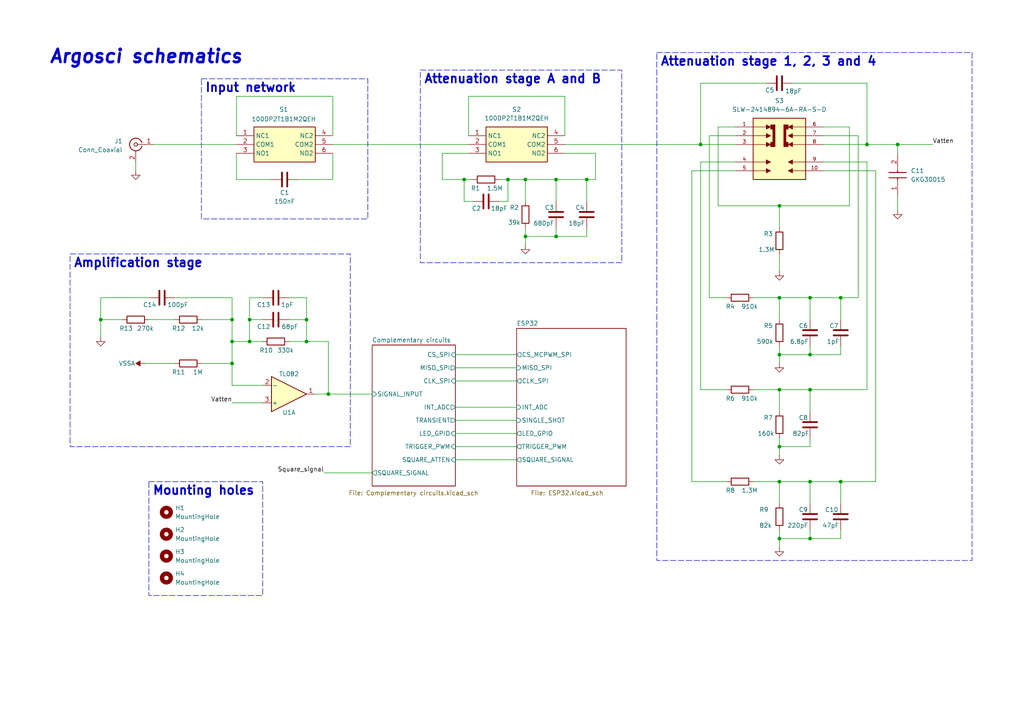
<source format=kicad_sch>
(kicad_sch
	(version 20250114)
	(generator "eeschema")
	(generator_version "9.0")
	(uuid "a6669009-f4eb-4e09-b10e-f701696d392b")
	(paper "A4")
	(title_block
		(title "Argosci schematics")
		(date "2025-03-11")
		(company "FCEFYN - UNC")
	)
	(lib_symbols
		(symbol "100DP2T1B1M2QEH:100DP2T1B1M2QEH"
			(exclude_from_sim no)
			(in_bom yes)
			(on_board yes)
			(property "Reference" "S"
				(at 24.13 7.62 0)
				(effects
					(font
						(size 1.27 1.27)
					)
					(justify left top)
				)
			)
			(property "Value" "100DP2T1B1M2QEH"
				(at 24.13 5.08 0)
				(effects
					(font
						(size 1.27 1.27)
					)
					(justify left top)
				)
			)
			(property "Footprint" "100DP2T1B1M2QEH"
				(at 24.13 -94.92 0)
				(effects
					(font
						(size 1.27 1.27)
					)
					(justify left top)
					(hide yes)
				)
			)
			(property "Datasheet" "https://configured-product-images.s3.amazonaws.com/2D/specs/100DP2T1B1M2QEH.pdf"
				(at 24.13 -194.92 0)
				(effects
					(font
						(size 1.27 1.27)
					)
					(justify left top)
					(hide yes)
				)
			)
			(property "Description" "TOGGLE, 5A, 120VAC/28VDC DPDT, On-(On) Panel Mount, Through Hole"
				(at 0 0 0)
				(effects
					(font
						(size 1.27 1.27)
					)
					(hide yes)
				)
			)
			(property "Height" "29.93"
				(at 24.13 -394.92 0)
				(effects
					(font
						(size 1.27 1.27)
					)
					(justify left top)
					(hide yes)
				)
			)
			(property "Mouser Part Number" "612-100DP2T1B1M2QEH"
				(at 24.13 -494.92 0)
				(effects
					(font
						(size 1.27 1.27)
					)
					(justify left top)
					(hide yes)
				)
			)
			(property "Mouser Price/Stock" "https://www.mouser.co.uk/ProductDetail/E-Switch/100DP2T1B1M2QEH?qs=f57gQzlyLiqhCmHtFByX9g%3D%3D"
				(at 24.13 -594.92 0)
				(effects
					(font
						(size 1.27 1.27)
					)
					(justify left top)
					(hide yes)
				)
			)
			(property "Manufacturer_Name" "E-Switch"
				(at 24.13 -694.92 0)
				(effects
					(font
						(size 1.27 1.27)
					)
					(justify left top)
					(hide yes)
				)
			)
			(property "Manufacturer_Part_Number" "100DP2T1B1M2QEH"
				(at 24.13 -794.92 0)
				(effects
					(font
						(size 1.27 1.27)
					)
					(justify left top)
					(hide yes)
				)
			)
			(symbol "100DP2T1B1M2QEH_1_1"
				(rectangle
					(start 5.08 2.54)
					(end 22.86 -7.62)
					(stroke
						(width 0.254)
						(type default)
					)
					(fill
						(type background)
					)
				)
				(pin passive line
					(at 0 0 0)
					(length 5.08)
					(name "NC2"
						(effects
							(font
								(size 1.27 1.27)
							)
						)
					)
					(number "4"
						(effects
							(font
								(size 1.27 1.27)
							)
						)
					)
				)
				(pin passive line
					(at 0 -2.54 0)
					(length 5.08)
					(name "COM2"
						(effects
							(font
								(size 1.27 1.27)
							)
						)
					)
					(number "5"
						(effects
							(font
								(size 1.27 1.27)
							)
						)
					)
				)
				(pin passive line
					(at 0 -5.08 0)
					(length 5.08)
					(name "NO2"
						(effects
							(font
								(size 1.27 1.27)
							)
						)
					)
					(number "6"
						(effects
							(font
								(size 1.27 1.27)
							)
						)
					)
				)
				(pin passive line
					(at 27.94 0 180)
					(length 5.08)
					(name "NC1"
						(effects
							(font
								(size 1.27 1.27)
							)
						)
					)
					(number "1"
						(effects
							(font
								(size 1.27 1.27)
							)
						)
					)
				)
				(pin passive line
					(at 27.94 -2.54 180)
					(length 5.08)
					(name "COM1"
						(effects
							(font
								(size 1.27 1.27)
							)
						)
					)
					(number "2"
						(effects
							(font
								(size 1.27 1.27)
							)
						)
					)
				)
				(pin passive line
					(at 27.94 -5.08 180)
					(length 5.08)
					(name "NO1"
						(effects
							(font
								(size 1.27 1.27)
							)
						)
					)
					(number "3"
						(effects
							(font
								(size 1.27 1.27)
							)
						)
					)
				)
			)
			(embedded_fonts no)
		)
		(symbol "Amplifier_Operational:TL082"
			(pin_names
				(offset 0.127)
			)
			(exclude_from_sim no)
			(in_bom yes)
			(on_board yes)
			(property "Reference" "U"
				(at 0 5.08 0)
				(effects
					(font
						(size 1.27 1.27)
					)
					(justify left)
				)
			)
			(property "Value" "TL082"
				(at 0 -5.08 0)
				(effects
					(font
						(size 1.27 1.27)
					)
					(justify left)
				)
			)
			(property "Footprint" ""
				(at 0 0 0)
				(effects
					(font
						(size 1.27 1.27)
					)
					(hide yes)
				)
			)
			(property "Datasheet" "http://www.ti.com/lit/ds/symlink/tl081.pdf"
				(at 0 0 0)
				(effects
					(font
						(size 1.27 1.27)
					)
					(hide yes)
				)
			)
			(property "Description" "Dual JFET-Input Operational Amplifiers, DIP-8/SOIC-8/SSOP-8"
				(at 0 0 0)
				(effects
					(font
						(size 1.27 1.27)
					)
					(hide yes)
				)
			)
			(property "ki_locked" ""
				(at 0 0 0)
				(effects
					(font
						(size 1.27 1.27)
					)
				)
			)
			(property "ki_keywords" "dual opamp"
				(at 0 0 0)
				(effects
					(font
						(size 1.27 1.27)
					)
					(hide yes)
				)
			)
			(property "ki_fp_filters" "SOIC*3.9x4.9mm*P1.27mm* DIP*W7.62mm* TO*99* OnSemi*Micro8* TSSOP*3x3mm*P0.65mm* TSSOP*4.4x3mm*P0.65mm* MSOP*3x3mm*P0.65mm* SSOP*3.9x4.9mm*P0.635mm* LFCSP*2x2mm*P0.5mm* *SIP* SOIC*5.3x6.2mm*P1.27mm*"
				(at 0 0 0)
				(effects
					(font
						(size 1.27 1.27)
					)
					(hide yes)
				)
			)
			(symbol "TL082_1_1"
				(polyline
					(pts
						(xy -5.08 5.08) (xy 5.08 0) (xy -5.08 -5.08) (xy -5.08 5.08)
					)
					(stroke
						(width 0.254)
						(type default)
					)
					(fill
						(type background)
					)
				)
				(pin input line
					(at -7.62 2.54 0)
					(length 2.54)
					(name "+"
						(effects
							(font
								(size 1.27 1.27)
							)
						)
					)
					(number "3"
						(effects
							(font
								(size 1.27 1.27)
							)
						)
					)
				)
				(pin input line
					(at -7.62 -2.54 0)
					(length 2.54)
					(name "-"
						(effects
							(font
								(size 1.27 1.27)
							)
						)
					)
					(number "2"
						(effects
							(font
								(size 1.27 1.27)
							)
						)
					)
				)
				(pin output line
					(at 7.62 0 180)
					(length 2.54)
					(name "~"
						(effects
							(font
								(size 1.27 1.27)
							)
						)
					)
					(number "1"
						(effects
							(font
								(size 1.27 1.27)
							)
						)
					)
				)
			)
			(symbol "TL082_2_1"
				(polyline
					(pts
						(xy -5.08 5.08) (xy 5.08 0) (xy -5.08 -5.08) (xy -5.08 5.08)
					)
					(stroke
						(width 0.254)
						(type default)
					)
					(fill
						(type background)
					)
				)
				(pin input line
					(at -7.62 2.54 0)
					(length 2.54)
					(name "+"
						(effects
							(font
								(size 1.27 1.27)
							)
						)
					)
					(number "5"
						(effects
							(font
								(size 1.27 1.27)
							)
						)
					)
				)
				(pin input line
					(at -7.62 -2.54 0)
					(length 2.54)
					(name "-"
						(effects
							(font
								(size 1.27 1.27)
							)
						)
					)
					(number "6"
						(effects
							(font
								(size 1.27 1.27)
							)
						)
					)
				)
				(pin output line
					(at 7.62 0 180)
					(length 2.54)
					(name "~"
						(effects
							(font
								(size 1.27 1.27)
							)
						)
					)
					(number "7"
						(effects
							(font
								(size 1.27 1.27)
							)
						)
					)
				)
			)
			(symbol "TL082_3_1"
				(pin power_in line
					(at -2.54 7.62 270)
					(length 3.81)
					(name "V+"
						(effects
							(font
								(size 1.27 1.27)
							)
						)
					)
					(number "8"
						(effects
							(font
								(size 1.27 1.27)
							)
						)
					)
				)
				(pin power_in line
					(at -2.54 -7.62 90)
					(length 3.81)
					(name "V-"
						(effects
							(font
								(size 1.27 1.27)
							)
						)
					)
					(number "4"
						(effects
							(font
								(size 1.27 1.27)
							)
						)
					)
				)
			)
			(embedded_fonts no)
		)
		(symbol "Connector:Conn_Coaxial"
			(pin_names
				(offset 1.016)
				(hide yes)
			)
			(exclude_from_sim no)
			(in_bom yes)
			(on_board yes)
			(property "Reference" "J"
				(at 0.254 3.048 0)
				(effects
					(font
						(size 1.27 1.27)
					)
				)
			)
			(property "Value" "Conn_Coaxial"
				(at 2.921 0 90)
				(effects
					(font
						(size 1.27 1.27)
					)
				)
			)
			(property "Footprint" ""
				(at 0 0 0)
				(effects
					(font
						(size 1.27 1.27)
					)
					(hide yes)
				)
			)
			(property "Datasheet" "~"
				(at 0 0 0)
				(effects
					(font
						(size 1.27 1.27)
					)
					(hide yes)
				)
			)
			(property "Description" "coaxial connector (BNC, SMA, SMB, SMC, Cinch/RCA, LEMO, ...)"
				(at 0 0 0)
				(effects
					(font
						(size 1.27 1.27)
					)
					(hide yes)
				)
			)
			(property "ki_keywords" "BNC SMA SMB SMC LEMO coaxial connector CINCH RCA MCX MMCX U.FL UMRF"
				(at 0 0 0)
				(effects
					(font
						(size 1.27 1.27)
					)
					(hide yes)
				)
			)
			(property "ki_fp_filters" "*BNC* *SMA* *SMB* *SMC* *Cinch* *LEMO* *UMRF* *MCX* *U.FL*"
				(at 0 0 0)
				(effects
					(font
						(size 1.27 1.27)
					)
					(hide yes)
				)
			)
			(symbol "Conn_Coaxial_0_1"
				(polyline
					(pts
						(xy -2.54 0) (xy -0.508 0)
					)
					(stroke
						(width 0)
						(type default)
					)
					(fill
						(type none)
					)
				)
				(arc
					(start 1.778 0)
					(mid 0.222 -1.8079)
					(end -1.778 -0.508)
					(stroke
						(width 0.254)
						(type default)
					)
					(fill
						(type none)
					)
				)
				(arc
					(start -1.778 0.508)
					(mid 0.2221 1.8084)
					(end 1.778 0)
					(stroke
						(width 0.254)
						(type default)
					)
					(fill
						(type none)
					)
				)
				(circle
					(center 0 0)
					(radius 0.508)
					(stroke
						(width 0.2032)
						(type default)
					)
					(fill
						(type none)
					)
				)
				(polyline
					(pts
						(xy 0 -2.54) (xy 0 -1.778)
					)
					(stroke
						(width 0)
						(type default)
					)
					(fill
						(type none)
					)
				)
			)
			(symbol "Conn_Coaxial_1_1"
				(pin passive line
					(at -5.08 0 0)
					(length 2.54)
					(name "In"
						(effects
							(font
								(size 1.27 1.27)
							)
						)
					)
					(number "1"
						(effects
							(font
								(size 1.27 1.27)
							)
						)
					)
				)
				(pin passive line
					(at 0 -5.08 90)
					(length 2.54)
					(name "Ext"
						(effects
							(font
								(size 1.27 1.27)
							)
						)
					)
					(number "2"
						(effects
							(font
								(size 1.27 1.27)
							)
						)
					)
				)
			)
			(embedded_fonts no)
		)
		(symbol "Device:C"
			(pin_numbers
				(hide yes)
			)
			(pin_names
				(offset 0.254)
			)
			(exclude_from_sim no)
			(in_bom yes)
			(on_board yes)
			(property "Reference" "C"
				(at 0.635 2.54 0)
				(effects
					(font
						(size 1.27 1.27)
					)
					(justify left)
				)
			)
			(property "Value" "C"
				(at 0.635 -2.54 0)
				(effects
					(font
						(size 1.27 1.27)
					)
					(justify left)
				)
			)
			(property "Footprint" ""
				(at 0.9652 -3.81 0)
				(effects
					(font
						(size 1.27 1.27)
					)
					(hide yes)
				)
			)
			(property "Datasheet" "~"
				(at 0 0 0)
				(effects
					(font
						(size 1.27 1.27)
					)
					(hide yes)
				)
			)
			(property "Description" "Unpolarized capacitor"
				(at 0 0 0)
				(effects
					(font
						(size 1.27 1.27)
					)
					(hide yes)
				)
			)
			(property "ki_keywords" "cap capacitor"
				(at 0 0 0)
				(effects
					(font
						(size 1.27 1.27)
					)
					(hide yes)
				)
			)
			(property "ki_fp_filters" "C_*"
				(at 0 0 0)
				(effects
					(font
						(size 1.27 1.27)
					)
					(hide yes)
				)
			)
			(symbol "C_0_1"
				(polyline
					(pts
						(xy -2.032 0.762) (xy 2.032 0.762)
					)
					(stroke
						(width 0.508)
						(type default)
					)
					(fill
						(type none)
					)
				)
				(polyline
					(pts
						(xy -2.032 -0.762) (xy 2.032 -0.762)
					)
					(stroke
						(width 0.508)
						(type default)
					)
					(fill
						(type none)
					)
				)
			)
			(symbol "C_1_1"
				(pin passive line
					(at 0 3.81 270)
					(length 2.794)
					(name "~"
						(effects
							(font
								(size 1.27 1.27)
							)
						)
					)
					(number "1"
						(effects
							(font
								(size 1.27 1.27)
							)
						)
					)
				)
				(pin passive line
					(at 0 -3.81 90)
					(length 2.794)
					(name "~"
						(effects
							(font
								(size 1.27 1.27)
							)
						)
					)
					(number "2"
						(effects
							(font
								(size 1.27 1.27)
							)
						)
					)
				)
			)
			(embedded_fonts no)
		)
		(symbol "Device:R"
			(pin_numbers
				(hide yes)
			)
			(pin_names
				(offset 0)
			)
			(exclude_from_sim no)
			(in_bom yes)
			(on_board yes)
			(property "Reference" "R"
				(at 2.032 0 90)
				(effects
					(font
						(size 1.27 1.27)
					)
				)
			)
			(property "Value" "R"
				(at 0 0 90)
				(effects
					(font
						(size 1.27 1.27)
					)
				)
			)
			(property "Footprint" ""
				(at -1.778 0 90)
				(effects
					(font
						(size 1.27 1.27)
					)
					(hide yes)
				)
			)
			(property "Datasheet" "~"
				(at 0 0 0)
				(effects
					(font
						(size 1.27 1.27)
					)
					(hide yes)
				)
			)
			(property "Description" "Resistor"
				(at 0 0 0)
				(effects
					(font
						(size 1.27 1.27)
					)
					(hide yes)
				)
			)
			(property "ki_keywords" "R res resistor"
				(at 0 0 0)
				(effects
					(font
						(size 1.27 1.27)
					)
					(hide yes)
				)
			)
			(property "ki_fp_filters" "R_*"
				(at 0 0 0)
				(effects
					(font
						(size 1.27 1.27)
					)
					(hide yes)
				)
			)
			(symbol "R_0_1"
				(rectangle
					(start -1.016 -2.54)
					(end 1.016 2.54)
					(stroke
						(width 0.254)
						(type default)
					)
					(fill
						(type none)
					)
				)
			)
			(symbol "R_1_1"
				(pin passive line
					(at 0 3.81 270)
					(length 1.27)
					(name "~"
						(effects
							(font
								(size 1.27 1.27)
							)
						)
					)
					(number "1"
						(effects
							(font
								(size 1.27 1.27)
							)
						)
					)
				)
				(pin passive line
					(at 0 -3.81 90)
					(length 1.27)
					(name "~"
						(effects
							(font
								(size 1.27 1.27)
							)
						)
					)
					(number "2"
						(effects
							(font
								(size 1.27 1.27)
							)
						)
					)
				)
			)
			(embedded_fonts no)
		)
		(symbol "GKG30015:GKG30015"
			(pin_names
				(hide yes)
			)
			(exclude_from_sim no)
			(in_bom yes)
			(on_board yes)
			(property "Reference" "C"
				(at 8.89 6.35 0)
				(effects
					(font
						(size 1.27 1.27)
					)
					(justify left top)
				)
			)
			(property "Value" "GKG30015"
				(at 8.89 3.81 0)
				(effects
					(font
						(size 1.27 1.27)
					)
					(justify left top)
				)
			)
			(property "Footprint" "GKG30015"
				(at 8.89 -96.19 0)
				(effects
					(font
						(size 1.27 1.27)
					)
					(justify left top)
					(hide yes)
				)
			)
			(property "Datasheet" "https://media.digikey.com/pdf/Data%20Sheets/Sprague-Goodman%20PDFs/Ceramic%20Dielectric%20Trimmer%20Caps.pdf"
				(at 8.89 -196.19 0)
				(effects
					(font
						(size 1.27 1.27)
					)
					(justify left top)
					(hide yes)
				)
			)
			(property "Description" "6.5 ~ 30pF Trimmer Capacitor 100 V Top Through Hole , 200 @ 1MHz , -25C ~ 85C"
				(at 0 0 0)
				(effects
					(font
						(size 1.27 1.27)
					)
					(hide yes)
				)
			)
			(property "Height" "5.1"
				(at 8.89 -396.19 0)
				(effects
					(font
						(size 1.27 1.27)
					)
					(justify left top)
					(hide yes)
				)
			)
			(property "Mouser Part Number" "659-GKG30015"
				(at 8.89 -496.19 0)
				(effects
					(font
						(size 1.27 1.27)
					)
					(justify left top)
					(hide yes)
				)
			)
			(property "Mouser Price/Stock" "https://www.mouser.co.uk/ProductDetail/Sprague-Goodman/GKG30015?qs=HdU6uKlpW%252BqyxcMMKAqIuQ%3D%3D"
				(at 8.89 -596.19 0)
				(effects
					(font
						(size 1.27 1.27)
					)
					(justify left top)
					(hide yes)
				)
			)
			(property "Manufacturer_Name" "Sprague Goodman"
				(at 8.89 -696.19 0)
				(effects
					(font
						(size 1.27 1.27)
					)
					(justify left top)
					(hide yes)
				)
			)
			(property "Manufacturer_Part_Number" "GKG30015"
				(at 8.89 -796.19 0)
				(effects
					(font
						(size 1.27 1.27)
					)
					(justify left top)
					(hide yes)
				)
			)
			(symbol "GKG30015_1_1"
				(polyline
					(pts
						(xy 5.08 0) (xy 5.588 0)
					)
					(stroke
						(width 0.254)
						(type default)
					)
					(fill
						(type none)
					)
				)
				(polyline
					(pts
						(xy 5.588 2.54) (xy 5.588 -2.54)
					)
					(stroke
						(width 0.254)
						(type default)
					)
					(fill
						(type none)
					)
				)
				(polyline
					(pts
						(xy 7.112 2.54) (xy 7.112 -2.54)
					)
					(stroke
						(width 0.254)
						(type default)
					)
					(fill
						(type none)
					)
				)
				(polyline
					(pts
						(xy 7.112 0) (xy 7.62 0)
					)
					(stroke
						(width 0.254)
						(type default)
					)
					(fill
						(type none)
					)
				)
				(pin passive line
					(at 0 0 0)
					(length 5.08)
					(name "1"
						(effects
							(font
								(size 1.27 1.27)
							)
						)
					)
					(number "1"
						(effects
							(font
								(size 1.27 1.27)
							)
						)
					)
				)
				(pin passive line
					(at 12.7 0 180)
					(length 5.08)
					(name "2"
						(effects
							(font
								(size 1.27 1.27)
							)
						)
					)
					(number "2"
						(effects
							(font
								(size 1.27 1.27)
							)
						)
					)
				)
			)
			(embedded_fonts no)
		)
		(symbol "Mechanical:MountingHole"
			(pin_names
				(offset 1.016)
			)
			(exclude_from_sim yes)
			(in_bom no)
			(on_board yes)
			(property "Reference" "H"
				(at 0 5.08 0)
				(effects
					(font
						(size 1.27 1.27)
					)
				)
			)
			(property "Value" "MountingHole"
				(at 0 3.175 0)
				(effects
					(font
						(size 1.27 1.27)
					)
				)
			)
			(property "Footprint" ""
				(at 0 0 0)
				(effects
					(font
						(size 1.27 1.27)
					)
					(hide yes)
				)
			)
			(property "Datasheet" "~"
				(at 0 0 0)
				(effects
					(font
						(size 1.27 1.27)
					)
					(hide yes)
				)
			)
			(property "Description" "Mounting Hole without connection"
				(at 0 0 0)
				(effects
					(font
						(size 1.27 1.27)
					)
					(hide yes)
				)
			)
			(property "ki_keywords" "mounting hole"
				(at 0 0 0)
				(effects
					(font
						(size 1.27 1.27)
					)
					(hide yes)
				)
			)
			(property "ki_fp_filters" "MountingHole*"
				(at 0 0 0)
				(effects
					(font
						(size 1.27 1.27)
					)
					(hide yes)
				)
			)
			(symbol "MountingHole_0_1"
				(circle
					(center 0 0)
					(radius 1.27)
					(stroke
						(width 1.27)
						(type default)
					)
					(fill
						(type none)
					)
				)
			)
			(embedded_fonts no)
		)
		(symbol "SLW-2414894-6A-RA-S-D:SLW-2414894-6A-RA-S-D"
			(pin_names
				(offset 1.016)
			)
			(exclude_from_sim no)
			(in_bom yes)
			(on_board yes)
			(property "Reference" "S"
				(at -7.62 8.89 0)
				(effects
					(font
						(size 1.27 1.27)
					)
					(justify left bottom)
				)
			)
			(property "Value" "SLW-2414894-6A-RA-S-D"
				(at -7.62 -11.43 0)
				(effects
					(font
						(size 1.27 1.27)
					)
					(justify left top)
				)
			)
			(property "Footprint" "SLW-2414894-6A-RA-S-D:SW_SLW-2414894-6A-RA-S-D"
				(at 0 0 0)
				(effects
					(font
						(size 1.27 1.27)
					)
					(justify bottom)
					(hide yes)
				)
			)
			(property "Datasheet" ""
				(at 0 0 0)
				(effects
					(font
						(size 1.27 1.27)
					)
					(hide yes)
				)
			)
			(property "Description" ""
				(at 0 0 0)
				(effects
					(font
						(size 1.27 1.27)
					)
					(hide yes)
				)
			)
			(property "PARTREV" "1.01"
				(at 0 0 0)
				(effects
					(font
						(size 1.27 1.27)
					)
					(justify bottom)
					(hide yes)
				)
			)
			(property "STANDARD" "Manufacturer Recommendations"
				(at 0 0 0)
				(effects
					(font
						(size 1.27 1.27)
					)
					(justify bottom)
					(hide yes)
				)
			)
			(property "MANUFACTURER" "Same Sky"
				(at 0 0 0)
				(effects
					(font
						(size 1.27 1.27)
					)
					(justify bottom)
					(hide yes)
				)
			)
			(symbol "SLW-2414894-6A-RA-S-D_0_0"
				(rectangle
					(start -7.62 7.62)
					(end 7.62 -10.16)
					(stroke
						(width 0.254)
						(type default)
					)
					(fill
						(type background)
					)
				)
				(polyline
					(pts
						(xy -7.62 5.08) (xy -3.81 5.08)
					)
					(stroke
						(width 0.1524)
						(type default)
					)
					(fill
						(type none)
					)
				)
				(polyline
					(pts
						(xy -7.62 2.54) (xy -3.81 2.54)
					)
					(stroke
						(width 0.1524)
						(type default)
					)
					(fill
						(type none)
					)
				)
				(polyline
					(pts
						(xy -7.62 0) (xy -3.81 0)
					)
					(stroke
						(width 0.1524)
						(type default)
					)
					(fill
						(type none)
					)
				)
				(polyline
					(pts
						(xy -7.62 -5.08) (xy -3.81 -5.08)
					)
					(stroke
						(width 0.1524)
						(type default)
					)
					(fill
						(type none)
					)
				)
				(polyline
					(pts
						(xy -7.62 -7.62) (xy -3.81 -7.62)
					)
					(stroke
						(width 0.1524)
						(type default)
					)
					(fill
						(type none)
					)
				)
				(polyline
					(pts
						(xy -3.81 5.715) (xy -3.81 4.445) (xy -2.54 5.08) (xy -3.81 5.715)
					)
					(stroke
						(width 0.1524)
						(type default)
					)
					(fill
						(type outline)
					)
				)
				(polyline
					(pts
						(xy -3.81 3.175) (xy -3.81 1.905) (xy -2.54 2.54) (xy -3.81 3.175)
					)
					(stroke
						(width 0.1524)
						(type default)
					)
					(fill
						(type outline)
					)
				)
				(polyline
					(pts
						(xy -3.81 0.635) (xy -3.81 -0.635) (xy -2.54 0) (xy -3.81 0.635)
					)
					(stroke
						(width 0.1524)
						(type default)
					)
					(fill
						(type outline)
					)
				)
				(polyline
					(pts
						(xy -3.81 -4.445) (xy -3.81 -5.715) (xy -2.54 -5.08) (xy -3.81 -4.445)
					)
					(stroke
						(width 0.1524)
						(type default)
					)
					(fill
						(type outline)
					)
				)
				(polyline
					(pts
						(xy -3.81 -6.985) (xy -3.81 -8.255) (xy -2.54 -7.62) (xy -3.81 -6.985)
					)
					(stroke
						(width 0.1524)
						(type default)
					)
					(fill
						(type outline)
					)
				)
				(polyline
					(pts
						(xy -2.54 4.445) (xy -2.54 5.715) (xy -1.27 5.715) (xy -1.27 -0.635) (xy -2.54 -0.635) (xy -2.54 0.635)
						(xy -1.905 0.635) (xy -1.905 4.445) (xy -2.54 4.445)
					)
					(stroke
						(width 0.1524)
						(type default)
					)
					(fill
						(type outline)
					)
				)
				(polyline
					(pts
						(xy 2.54 0.635) (xy 2.54 -0.635) (xy 1.27 -0.635) (xy 1.27 5.715) (xy 2.54 5.715) (xy 2.54 4.445)
						(xy 1.905 4.445) (xy 1.905 0.635) (xy 2.54 0.635)
					)
					(stroke
						(width 0.1524)
						(type default)
					)
					(fill
						(type outline)
					)
				)
				(polyline
					(pts
						(xy 3.81 4.445) (xy 3.81 5.715) (xy 2.54 5.08) (xy 3.81 4.445)
					)
					(stroke
						(width 0.1524)
						(type default)
					)
					(fill
						(type outline)
					)
				)
				(polyline
					(pts
						(xy 3.81 1.905) (xy 3.81 3.175) (xy 2.54 2.54) (xy 3.81 1.905)
					)
					(stroke
						(width 0.1524)
						(type default)
					)
					(fill
						(type outline)
					)
				)
				(polyline
					(pts
						(xy 3.81 -0.635) (xy 3.81 0.635) (xy 2.54 0) (xy 3.81 -0.635)
					)
					(stroke
						(width 0.1524)
						(type default)
					)
					(fill
						(type outline)
					)
				)
				(polyline
					(pts
						(xy 3.81 -5.715) (xy 3.81 -4.445) (xy 2.54 -5.08) (xy 3.81 -5.715)
					)
					(stroke
						(width 0.1524)
						(type default)
					)
					(fill
						(type outline)
					)
				)
				(polyline
					(pts
						(xy 3.81 -8.255) (xy 3.81 -6.985) (xy 2.54 -7.62) (xy 3.81 -8.255)
					)
					(stroke
						(width 0.1524)
						(type default)
					)
					(fill
						(type outline)
					)
				)
				(polyline
					(pts
						(xy 7.62 5.08) (xy 3.81 5.08)
					)
					(stroke
						(width 0.1524)
						(type default)
					)
					(fill
						(type none)
					)
				)
				(polyline
					(pts
						(xy 7.62 2.54) (xy 3.81 2.54)
					)
					(stroke
						(width 0.1524)
						(type default)
					)
					(fill
						(type none)
					)
				)
				(polyline
					(pts
						(xy 7.62 0) (xy 3.81 0)
					)
					(stroke
						(width 0.1524)
						(type default)
					)
					(fill
						(type none)
					)
				)
				(polyline
					(pts
						(xy 7.62 -5.08) (xy 3.81 -5.08)
					)
					(stroke
						(width 0.1524)
						(type default)
					)
					(fill
						(type none)
					)
				)
				(polyline
					(pts
						(xy 7.62 -7.62) (xy 3.81 -7.62)
					)
					(stroke
						(width 0.1524)
						(type default)
					)
					(fill
						(type none)
					)
				)
				(pin passive line
					(at -12.7 5.08 0)
					(length 5.08)
					(name "~"
						(effects
							(font
								(size 1.016 1.016)
							)
						)
					)
					(number "1"
						(effects
							(font
								(size 1.016 1.016)
							)
						)
					)
				)
				(pin passive line
					(at -12.7 2.54 0)
					(length 5.08)
					(name "~"
						(effects
							(font
								(size 1.016 1.016)
							)
						)
					)
					(number "2"
						(effects
							(font
								(size 1.016 1.016)
							)
						)
					)
				)
				(pin passive line
					(at -12.7 0 0)
					(length 5.08)
					(name "~"
						(effects
							(font
								(size 1.016 1.016)
							)
						)
					)
					(number "3"
						(effects
							(font
								(size 1.016 1.016)
							)
						)
					)
				)
				(pin passive line
					(at -12.7 -5.08 0)
					(length 5.08)
					(name "~"
						(effects
							(font
								(size 1.016 1.016)
							)
						)
					)
					(number "4"
						(effects
							(font
								(size 1.016 1.016)
							)
						)
					)
				)
				(pin passive line
					(at -12.7 -7.62 0)
					(length 5.08)
					(name "~"
						(effects
							(font
								(size 1.016 1.016)
							)
						)
					)
					(number "5"
						(effects
							(font
								(size 1.016 1.016)
							)
						)
					)
				)
				(pin passive line
					(at 12.7 5.08 180)
					(length 5.08)
					(name "~"
						(effects
							(font
								(size 1.016 1.016)
							)
						)
					)
					(number "6"
						(effects
							(font
								(size 1.016 1.016)
							)
						)
					)
				)
				(pin passive line
					(at 12.7 2.54 180)
					(length 5.08)
					(name "~"
						(effects
							(font
								(size 1.016 1.016)
							)
						)
					)
					(number "7"
						(effects
							(font
								(size 1.016 1.016)
							)
						)
					)
				)
				(pin passive line
					(at 12.7 0 180)
					(length 5.08)
					(name "~"
						(effects
							(font
								(size 1.016 1.016)
							)
						)
					)
					(number "8"
						(effects
							(font
								(size 1.016 1.016)
							)
						)
					)
				)
				(pin passive line
					(at 12.7 -5.08 180)
					(length 5.08)
					(name "~"
						(effects
							(font
								(size 1.016 1.016)
							)
						)
					)
					(number "9"
						(effects
							(font
								(size 1.016 1.016)
							)
						)
					)
				)
				(pin passive line
					(at 12.7 -7.62 180)
					(length 5.08)
					(name "~"
						(effects
							(font
								(size 1.016 1.016)
							)
						)
					)
					(number "10"
						(effects
							(font
								(size 1.016 1.016)
							)
						)
					)
				)
			)
			(embedded_fonts no)
		)
		(symbol "power:GND"
			(power)
			(pin_numbers
				(hide yes)
			)
			(pin_names
				(offset 0)
				(hide yes)
			)
			(exclude_from_sim no)
			(in_bom yes)
			(on_board yes)
			(property "Reference" "#PWR"
				(at 0 -6.35 0)
				(effects
					(font
						(size 1.27 1.27)
					)
					(hide yes)
				)
			)
			(property "Value" "GND"
				(at 0 -3.81 0)
				(effects
					(font
						(size 1.27 1.27)
					)
				)
			)
			(property "Footprint" ""
				(at 0 0 0)
				(effects
					(font
						(size 1.27 1.27)
					)
					(hide yes)
				)
			)
			(property "Datasheet" ""
				(at 0 0 0)
				(effects
					(font
						(size 1.27 1.27)
					)
					(hide yes)
				)
			)
			(property "Description" "Power symbol creates a global label with name \"GND\" , ground"
				(at 0 0 0)
				(effects
					(font
						(size 1.27 1.27)
					)
					(hide yes)
				)
			)
			(property "ki_keywords" "global power"
				(at 0 0 0)
				(effects
					(font
						(size 1.27 1.27)
					)
					(hide yes)
				)
			)
			(symbol "GND_0_1"
				(polyline
					(pts
						(xy 0 0) (xy 0 -1.27) (xy 1.27 -1.27) (xy 0 -2.54) (xy -1.27 -1.27) (xy 0 -1.27)
					)
					(stroke
						(width 0)
						(type default)
					)
					(fill
						(type none)
					)
				)
			)
			(symbol "GND_1_1"
				(pin power_in line
					(at 0 0 270)
					(length 0)
					(name "~"
						(effects
							(font
								(size 1.27 1.27)
							)
						)
					)
					(number "1"
						(effects
							(font
								(size 1.27 1.27)
							)
						)
					)
				)
			)
			(embedded_fonts no)
		)
		(symbol "power:VSSA"
			(power)
			(pin_numbers
				(hide yes)
			)
			(pin_names
				(offset 0)
				(hide yes)
			)
			(exclude_from_sim no)
			(in_bom yes)
			(on_board yes)
			(property "Reference" "#PWR"
				(at 0 -3.81 0)
				(effects
					(font
						(size 1.27 1.27)
					)
					(hide yes)
				)
			)
			(property "Value" "VSSA"
				(at 0 3.556 0)
				(effects
					(font
						(size 1.27 1.27)
					)
				)
			)
			(property "Footprint" ""
				(at 0 0 0)
				(effects
					(font
						(size 1.27 1.27)
					)
					(hide yes)
				)
			)
			(property "Datasheet" ""
				(at 0 0 0)
				(effects
					(font
						(size 1.27 1.27)
					)
					(hide yes)
				)
			)
			(property "Description" "Power symbol creates a global label with name \"VSSA\""
				(at 0 0 0)
				(effects
					(font
						(size 1.27 1.27)
					)
					(hide yes)
				)
			)
			(property "ki_keywords" "global power"
				(at 0 0 0)
				(effects
					(font
						(size 1.27 1.27)
					)
					(hide yes)
				)
			)
			(symbol "VSSA_0_1"
				(polyline
					(pts
						(xy 0 0) (xy 0 2.54)
					)
					(stroke
						(width 0)
						(type default)
					)
					(fill
						(type none)
					)
				)
				(polyline
					(pts
						(xy 0.762 1.27) (xy -0.762 1.27) (xy 0 2.54) (xy 0.762 1.27)
					)
					(stroke
						(width 0)
						(type default)
					)
					(fill
						(type outline)
					)
				)
			)
			(symbol "VSSA_1_1"
				(pin power_in line
					(at 0 0 90)
					(length 0)
					(name "~"
						(effects
							(font
								(size 1.27 1.27)
							)
						)
					)
					(number "1"
						(effects
							(font
								(size 1.27 1.27)
							)
						)
					)
				)
			)
			(embedded_fonts no)
		)
	)
	(text "Argosci schematics"
		(exclude_from_sim no)
		(at 42.418 16.51 0)
		(effects
			(font
				(size 3.81 3.81)
				(thickness 0.762)
				(bold yes)
				(italic yes)
			)
		)
		(uuid "a5242057-2692-4b14-8328-66be8ad86a88")
	)
	(text_box "Input network"
		(exclude_from_sim no)
		(at 58.42 22.86 0)
		(size 48.26 40.64)
		(margins 0.9525 0.9525 0.9525 0.9525)
		(stroke
			(width 0)
			(type dash)
		)
		(fill
			(type none)
		)
		(effects
			(font
				(size 2.54 2.54)
				(thickness 0.508)
				(bold yes)
			)
			(justify left top)
		)
		(uuid "0e7ca322-6bb5-4796-bad9-fdbd5dd7991c")
	)
	(text_box "Mounting holes"
		(exclude_from_sim no)
		(at 43.18 139.7 0)
		(size 33.02 33.02)
		(margins 0.9525 0.9525 0.9525 0.9525)
		(stroke
			(width 0)
			(type dash)
		)
		(fill
			(type none)
		)
		(effects
			(font
				(size 2.54 2.54)
				(thickness 0.508)
				(bold yes)
			)
			(justify left top)
		)
		(uuid "11ccaea3-7ce7-414b-861a-7d76efc21a6e")
	)
	(text_box "Amplification stage"
		(exclude_from_sim no)
		(at 20.32 73.66 0)
		(size 81.28 55.88)
		(margins 0.9525 0.9525 0.9525 0.9525)
		(stroke
			(width 0)
			(type dash)
		)
		(fill
			(type none)
		)
		(effects
			(font
				(size 2.54 2.54)
				(thickness 0.508)
				(bold yes)
			)
			(justify left top)
		)
		(uuid "8d09800d-cd42-40c9-acd9-7cfd7b62b43e")
	)
	(text_box "Attenuation stage 1, 2, 3 and 4"
		(exclude_from_sim no)
		(at 190.5 15.24 0)
		(size 91.44 147.32)
		(margins 0.9525 0.9525 0.9525 0.9525)
		(stroke
			(width 0)
			(type dash)
		)
		(fill
			(type none)
		)
		(effects
			(font
				(size 2.54 2.54)
				(thickness 0.508)
				(bold yes)
			)
			(justify left top)
		)
		(uuid "b571d476-ac35-4fc3-8960-7bdd49a54fc0")
	)
	(text_box "Attenuation stage A and B"
		(exclude_from_sim no)
		(at 121.92 20.32 0)
		(size 58.42 55.88)
		(margins 0.9525 0.9525 0.9525 0.9525)
		(stroke
			(width 0)
			(type dash)
		)
		(fill
			(type none)
		)
		(effects
			(font
				(size 2.54 2.54)
				(thickness 0.508)
				(bold yes)
			)
			(justify left top)
		)
		(uuid "ee46e694-8550-4d72-87f8-3f5495bc5aff")
	)
	(junction
		(at 260.35 41.91)
		(diameter 0)
		(color 0 0 0 0)
		(uuid "0c96322e-bb9f-47be-b692-e333a5d480a1")
	)
	(junction
		(at 226.06 156.21)
		(diameter 0)
		(color 0 0 0 0)
		(uuid "0f280b30-27ff-4e26-afbb-c0d0ec684067")
	)
	(junction
		(at 170.18 52.07)
		(diameter 0)
		(color 0 0 0 0)
		(uuid "0feedce1-b780-4036-b61b-83c0d33a8781")
	)
	(junction
		(at 67.31 105.41)
		(diameter 0)
		(color 0 0 0 0)
		(uuid "13eaf003-3b78-4853-93aa-47fda5e72fa1")
	)
	(junction
		(at 72.39 99.06)
		(diameter 0)
		(color 0 0 0 0)
		(uuid "1726d269-03ed-4d4e-bda0-4e664e0ea77b")
	)
	(junction
		(at 226.06 113.03)
		(diameter 0)
		(color 0 0 0 0)
		(uuid "2dc14cbb-9f4e-4709-972e-858491521643")
	)
	(junction
		(at 72.39 92.71)
		(diameter 0)
		(color 0 0 0 0)
		(uuid "566f8693-b022-4e37-8148-c1c22da5bc83")
	)
	(junction
		(at 67.31 92.71)
		(diameter 0)
		(color 0 0 0 0)
		(uuid "63eb5f09-f9c8-4113-b017-d0d03395847f")
	)
	(junction
		(at 152.4 52.07)
		(diameter 0)
		(color 0 0 0 0)
		(uuid "65854746-c920-48ac-bab6-3e3f882454e2")
	)
	(junction
		(at 234.95 86.36)
		(diameter 0)
		(color 0 0 0 0)
		(uuid "7c8d70b8-196a-49da-a780-3e5fd1649a4a")
	)
	(junction
		(at 152.4 68.58)
		(diameter 0)
		(color 0 0 0 0)
		(uuid "80e64d29-1d12-4668-8137-d6fede489c8b")
	)
	(junction
		(at 243.84 86.36)
		(diameter 0)
		(color 0 0 0 0)
		(uuid "83ca5961-e301-4342-8496-f13e738d6c12")
	)
	(junction
		(at 226.06 59.69)
		(diameter 0)
		(color 0 0 0 0)
		(uuid "8590eaca-7652-4891-a720-06f325b253d9")
	)
	(junction
		(at 161.29 68.58)
		(diameter 0)
		(color 0 0 0 0)
		(uuid "8f8ce34a-af85-432b-97ac-e1c2443f33c8")
	)
	(junction
		(at 88.9 99.06)
		(diameter 0)
		(color 0 0 0 0)
		(uuid "901457af-eb65-454e-8a73-ef43346967d4")
	)
	(junction
		(at 29.21 92.71)
		(diameter 0)
		(color 0 0 0 0)
		(uuid "9f52f199-836c-4730-96b6-af5ecaced50e")
	)
	(junction
		(at 251.46 41.91)
		(diameter 0)
		(color 0 0 0 0)
		(uuid "af9ebfe0-e5e4-4cda-88a5-1d48fe496b7f")
	)
	(junction
		(at 234.95 102.87)
		(diameter 0)
		(color 0 0 0 0)
		(uuid "b281a7a8-46c2-4d63-8263-924bb64e9acc")
	)
	(junction
		(at 161.29 52.07)
		(diameter 0)
		(color 0 0 0 0)
		(uuid "be90f841-ccf0-4f50-b3d9-43dd8f3bf9cc")
	)
	(junction
		(at 95.25 114.3)
		(diameter 0)
		(color 0 0 0 0)
		(uuid "c2aa865c-0808-4c87-99f8-389c53a361af")
	)
	(junction
		(at 226.06 129.54)
		(diameter 0)
		(color 0 0 0 0)
		(uuid "c486f80d-063d-437b-beb4-b7209bbc16af")
	)
	(junction
		(at 147.32 52.07)
		(diameter 0)
		(color 0 0 0 0)
		(uuid "c74149a4-e4b9-4095-90ef-938a9ad5f2ba")
	)
	(junction
		(at 243.84 139.7)
		(diameter 0)
		(color 0 0 0 0)
		(uuid "cdb6179d-71cb-4f54-9d22-ff12c16cb0a6")
	)
	(junction
		(at 226.06 139.7)
		(diameter 0)
		(color 0 0 0 0)
		(uuid "d9a2d993-d632-4d2e-93c2-4213439ab77e")
	)
	(junction
		(at 234.95 113.03)
		(diameter 0)
		(color 0 0 0 0)
		(uuid "daeb7b20-02b2-4d6c-aedd-42fdb12e92a3")
	)
	(junction
		(at 88.9 92.71)
		(diameter 0)
		(color 0 0 0 0)
		(uuid "ddec5e75-fe92-4736-a44f-35ef77f6c62a")
	)
	(junction
		(at 226.06 86.36)
		(diameter 0)
		(color 0 0 0 0)
		(uuid "e658e32b-e2ce-4ec7-b043-a7fc75d3ce2f")
	)
	(junction
		(at 234.95 156.21)
		(diameter 0)
		(color 0 0 0 0)
		(uuid "e7de633d-1c8f-4c91-af22-8f437d610fb0")
	)
	(junction
		(at 234.95 139.7)
		(diameter 0)
		(color 0 0 0 0)
		(uuid "e89a806c-f713-4497-b0b0-1018516bc591")
	)
	(junction
		(at 134.62 52.07)
		(diameter 0)
		(color 0 0 0 0)
		(uuid "e90fd657-3abb-47f9-8688-05a988b4abcb")
	)
	(junction
		(at 226.06 102.87)
		(diameter 0)
		(color 0 0 0 0)
		(uuid "ea4b8a50-f6d3-4041-bc0d-f2f544fcf232")
	)
	(junction
		(at 203.2 41.91)
		(diameter 0)
		(color 0 0 0 0)
		(uuid "eeb85bae-2481-46a2-88bb-e52d88475817")
	)
	(junction
		(at 67.31 99.06)
		(diameter 0)
		(color 0 0 0 0)
		(uuid "f77f13d1-8e5c-4bf9-b877-7520781d89a1")
	)
	(wire
		(pts
			(xy 152.4 52.07) (xy 152.4 58.42)
		)
		(stroke
			(width 0)
			(type default)
		)
		(uuid "00382868-9b08-42df-b329-d17bfb07f98c")
	)
	(wire
		(pts
			(xy 29.21 86.36) (xy 29.21 92.71)
		)
		(stroke
			(width 0)
			(type default)
		)
		(uuid "04a9c13b-32f6-41b1-bf71-d226a5dde9f3")
	)
	(wire
		(pts
			(xy 234.95 100.33) (xy 234.95 102.87)
		)
		(stroke
			(width 0)
			(type default)
		)
		(uuid "05d58b9e-3cee-492d-9f52-7e2400775203")
	)
	(wire
		(pts
			(xy 96.52 27.94) (xy 96.52 39.37)
		)
		(stroke
			(width 0)
			(type default)
		)
		(uuid "07b59950-7a56-4c4f-8a01-6650dc59beff")
	)
	(wire
		(pts
			(xy 226.06 113.03) (xy 234.95 113.03)
		)
		(stroke
			(width 0)
			(type default)
		)
		(uuid "085c8b92-bfdb-46e4-8ca1-6a8479cec69c")
	)
	(wire
		(pts
			(xy 226.06 129.54) (xy 234.95 129.54)
		)
		(stroke
			(width 0)
			(type default)
		)
		(uuid "09431f04-3bc6-4cce-a7f3-8d4a32e3d16e")
	)
	(wire
		(pts
			(xy 67.31 111.76) (xy 76.2 111.76)
		)
		(stroke
			(width 0)
			(type default)
		)
		(uuid "0b4f28ca-1685-42d0-ba45-97ef72d61a44")
	)
	(wire
		(pts
			(xy 234.95 113.03) (xy 251.46 113.03)
		)
		(stroke
			(width 0)
			(type default)
		)
		(uuid "0ba9f91c-8279-465b-a90c-944b702fc1fc")
	)
	(wire
		(pts
			(xy 152.4 52.07) (xy 161.29 52.07)
		)
		(stroke
			(width 0)
			(type default)
		)
		(uuid "0bb2d55e-70e3-42f8-b358-b5887671b05c")
	)
	(wire
		(pts
			(xy 203.2 113.03) (xy 210.82 113.03)
		)
		(stroke
			(width 0)
			(type default)
		)
		(uuid "0cc1f325-878d-4f97-ab1c-2fff509a974a")
	)
	(wire
		(pts
			(xy 68.58 44.45) (xy 68.58 52.07)
		)
		(stroke
			(width 0)
			(type default)
		)
		(uuid "0d17c39b-b9c9-4569-a415-9d4afc3390d8")
	)
	(wire
		(pts
			(xy 234.95 113.03) (xy 234.95 119.38)
		)
		(stroke
			(width 0)
			(type default)
		)
		(uuid "0d4f05fe-d161-4c07-baf9-0aeb2917686e")
	)
	(wire
		(pts
			(xy 144.78 58.42) (xy 147.32 58.42)
		)
		(stroke
			(width 0)
			(type default)
		)
		(uuid "10845a85-bd9f-4739-971d-1f9cb38eee8d")
	)
	(wire
		(pts
			(xy 132.08 133.35) (xy 149.86 133.35)
		)
		(stroke
			(width 0)
			(type default)
		)
		(uuid "10a8a93e-f695-4d69-88af-1a6e6dca2692")
	)
	(wire
		(pts
			(xy 161.29 52.07) (xy 170.18 52.07)
		)
		(stroke
			(width 0)
			(type default)
		)
		(uuid "112cec0d-5dad-4cf9-ad39-9aaf79738754")
	)
	(wire
		(pts
			(xy 243.84 153.67) (xy 243.84 156.21)
		)
		(stroke
			(width 0)
			(type default)
		)
		(uuid "11c4fd5d-ca36-43fc-8d93-c1ddcdb946cd")
	)
	(wire
		(pts
			(xy 86.36 52.07) (xy 96.52 52.07)
		)
		(stroke
			(width 0)
			(type default)
		)
		(uuid "14dbfd41-1d59-42be-836f-59c6c5beb652")
	)
	(wire
		(pts
			(xy 163.83 27.94) (xy 163.83 39.37)
		)
		(stroke
			(width 0)
			(type default)
		)
		(uuid "169a3262-d7cc-4326-a486-6cb420c2acb9")
	)
	(wire
		(pts
			(xy 218.44 113.03) (xy 226.06 113.03)
		)
		(stroke
			(width 0)
			(type default)
		)
		(uuid "18fb557f-4e14-4ffa-a3b6-1b7de49ff466")
	)
	(wire
		(pts
			(xy 205.74 39.37) (xy 205.74 86.36)
		)
		(stroke
			(width 0)
			(type default)
		)
		(uuid "1d561475-f319-4efe-bde1-04196480b908")
	)
	(wire
		(pts
			(xy 135.89 27.94) (xy 163.83 27.94)
		)
		(stroke
			(width 0)
			(type default)
		)
		(uuid "1e2de487-2588-4ca1-ab2f-b69dff407f08")
	)
	(wire
		(pts
			(xy 67.31 99.06) (xy 67.31 105.41)
		)
		(stroke
			(width 0)
			(type default)
		)
		(uuid "208cc809-f6e2-43d1-b227-2de6773d2009")
	)
	(wire
		(pts
			(xy 234.95 139.7) (xy 234.95 146.05)
		)
		(stroke
			(width 0)
			(type default)
		)
		(uuid "229df91f-c84c-4191-b39f-cea382c03126")
	)
	(wire
		(pts
			(xy 213.36 49.53) (xy 200.66 49.53)
		)
		(stroke
			(width 0)
			(type default)
		)
		(uuid "235796bd-06f8-4bd9-a379-88f09bf7ca3a")
	)
	(wire
		(pts
			(xy 234.95 102.87) (xy 243.84 102.87)
		)
		(stroke
			(width 0)
			(type default)
		)
		(uuid "2363146c-9600-421e-9909-0ead09aac2c5")
	)
	(wire
		(pts
			(xy 243.84 86.36) (xy 248.92 86.36)
		)
		(stroke
			(width 0)
			(type default)
		)
		(uuid "23e98863-3938-4c14-9c86-f38166807804")
	)
	(wire
		(pts
			(xy 132.08 106.68) (xy 149.86 106.68)
		)
		(stroke
			(width 0)
			(type default)
		)
		(uuid "26640710-0252-422b-9a68-7c011e849791")
	)
	(wire
		(pts
			(xy 170.18 66.04) (xy 170.18 68.58)
		)
		(stroke
			(width 0)
			(type default)
		)
		(uuid "279e91a2-d4d1-45ed-92da-9cde4f6e6c41")
	)
	(wire
		(pts
			(xy 95.25 99.06) (xy 95.25 114.3)
		)
		(stroke
			(width 0)
			(type default)
		)
		(uuid "29d40493-ab64-41b6-a39e-862d3ad418fa")
	)
	(wire
		(pts
			(xy 200.66 139.7) (xy 210.82 139.7)
		)
		(stroke
			(width 0)
			(type default)
		)
		(uuid "2ce71ba5-4acc-4028-b06d-773ec3b231be")
	)
	(wire
		(pts
			(xy 29.21 92.71) (xy 29.21 97.79)
		)
		(stroke
			(width 0)
			(type default)
		)
		(uuid "2d851c41-ecfe-4401-b8cb-23b4c3c5f9ac")
	)
	(wire
		(pts
			(xy 254 49.53) (xy 254 139.7)
		)
		(stroke
			(width 0)
			(type default)
		)
		(uuid "2f7c6f52-3da0-4a2c-bdd0-2176a103debd")
	)
	(wire
		(pts
			(xy 203.2 41.91) (xy 203.2 24.13)
		)
		(stroke
			(width 0)
			(type default)
		)
		(uuid "2f89581b-2e30-41bc-8ea7-7662ac7cd01f")
	)
	(wire
		(pts
			(xy 226.06 86.36) (xy 226.06 92.71)
		)
		(stroke
			(width 0)
			(type default)
		)
		(uuid "32bffe3d-0410-48ae-ae46-5cbe5c7db2e5")
	)
	(wire
		(pts
			(xy 72.39 86.36) (xy 72.39 92.71)
		)
		(stroke
			(width 0)
			(type default)
		)
		(uuid "33793de4-d2fb-4f3d-9338-357880dd10d2")
	)
	(wire
		(pts
			(xy 243.84 86.36) (xy 243.84 92.71)
		)
		(stroke
			(width 0)
			(type default)
		)
		(uuid "33f1513a-80e8-41b2-88ec-ca1803c2aaa4")
	)
	(wire
		(pts
			(xy 208.28 36.83) (xy 208.28 59.69)
		)
		(stroke
			(width 0)
			(type default)
		)
		(uuid "358b6574-a92b-4dad-a935-ba709c23d503")
	)
	(wire
		(pts
			(xy 128.27 52.07) (xy 134.62 52.07)
		)
		(stroke
			(width 0)
			(type default)
		)
		(uuid "38398c79-e8fa-4011-b90f-46c9938537b5")
	)
	(wire
		(pts
			(xy 226.06 156.21) (xy 234.95 156.21)
		)
		(stroke
			(width 0)
			(type default)
		)
		(uuid "3874f8d4-28e3-49c8-9d64-0cc43eaf8e7e")
	)
	(wire
		(pts
			(xy 76.2 86.36) (xy 72.39 86.36)
		)
		(stroke
			(width 0)
			(type default)
		)
		(uuid "38e579bf-b7b4-427e-8340-d792c0500c1c")
	)
	(wire
		(pts
			(xy 251.46 46.99) (xy 251.46 113.03)
		)
		(stroke
			(width 0)
			(type default)
		)
		(uuid "390e20f3-df68-455d-a445-cd08188b8baa")
	)
	(wire
		(pts
			(xy 213.36 36.83) (xy 208.28 36.83)
		)
		(stroke
			(width 0)
			(type default)
		)
		(uuid "39f7ac0b-94af-4775-b07a-fc86e9a08920")
	)
	(wire
		(pts
			(xy 68.58 27.94) (xy 68.58 39.37)
		)
		(stroke
			(width 0)
			(type default)
		)
		(uuid "3be48520-6b17-4fed-b7c5-efe640d8cea4")
	)
	(wire
		(pts
			(xy 67.31 116.84) (xy 76.2 116.84)
		)
		(stroke
			(width 0)
			(type default)
		)
		(uuid "3dcce931-2049-4d4c-a5c1-45179ae43791")
	)
	(wire
		(pts
			(xy 226.06 139.7) (xy 234.95 139.7)
		)
		(stroke
			(width 0)
			(type default)
		)
		(uuid "43078245-950f-47b2-a836-83123b483ead")
	)
	(wire
		(pts
			(xy 67.31 92.71) (xy 67.31 99.06)
		)
		(stroke
			(width 0)
			(type default)
		)
		(uuid "431d6e9e-2973-472d-80b8-75dc6434b1bd")
	)
	(wire
		(pts
			(xy 88.9 99.06) (xy 95.25 99.06)
		)
		(stroke
			(width 0)
			(type default)
		)
		(uuid "453ae684-749f-45e6-bf3f-d46c69db1766")
	)
	(wire
		(pts
			(xy 218.44 86.36) (xy 226.06 86.36)
		)
		(stroke
			(width 0)
			(type default)
		)
		(uuid "495172ae-c0a1-42fc-a9d1-8c24b6b89d26")
	)
	(wire
		(pts
			(xy 152.4 66.04) (xy 152.4 68.58)
		)
		(stroke
			(width 0)
			(type default)
		)
		(uuid "4a2dc521-cd2b-429e-b558-baf82cdb00b4")
	)
	(wire
		(pts
			(xy 163.83 44.45) (xy 172.72 44.45)
		)
		(stroke
			(width 0)
			(type default)
		)
		(uuid "4b24e8d1-dc98-4ee3-b3bc-d9aedd7c3ddf")
	)
	(wire
		(pts
			(xy 226.06 73.66) (xy 226.06 78.74)
		)
		(stroke
			(width 0)
			(type default)
		)
		(uuid "4cc0ac69-7964-4359-89de-28e1d50b903f")
	)
	(wire
		(pts
			(xy 234.95 86.36) (xy 234.95 92.71)
		)
		(stroke
			(width 0)
			(type default)
		)
		(uuid "4ecf288a-1e84-47cf-a05a-5549c49f1508")
	)
	(wire
		(pts
			(xy 226.06 139.7) (xy 226.06 146.05)
		)
		(stroke
			(width 0)
			(type default)
		)
		(uuid "4ff07e16-212e-4dac-a322-42c4b02de078")
	)
	(wire
		(pts
			(xy 132.08 129.54) (xy 149.86 129.54)
		)
		(stroke
			(width 0)
			(type default)
		)
		(uuid "5180e7a5-dd95-4fd0-b514-8c96136ec193")
	)
	(wire
		(pts
			(xy 246.38 36.83) (xy 246.38 59.69)
		)
		(stroke
			(width 0)
			(type default)
		)
		(uuid "533b9abf-2aab-4763-b66d-ac1dd0d2d02f")
	)
	(wire
		(pts
			(xy 134.62 52.07) (xy 134.62 58.42)
		)
		(stroke
			(width 0)
			(type default)
		)
		(uuid "53c9e8f6-0ed9-4cd4-9531-0379a6da43bd")
	)
	(wire
		(pts
			(xy 134.62 52.07) (xy 137.16 52.07)
		)
		(stroke
			(width 0)
			(type default)
		)
		(uuid "53dd55d0-7ade-4f88-9703-7fcfa0211b53")
	)
	(wire
		(pts
			(xy 44.45 41.91) (xy 68.58 41.91)
		)
		(stroke
			(width 0)
			(type default)
		)
		(uuid "5471fded-53cf-4be8-ad1b-4108a4058dcd")
	)
	(wire
		(pts
			(xy 96.52 44.45) (xy 96.52 52.07)
		)
		(stroke
			(width 0)
			(type default)
		)
		(uuid "54cbafee-eac2-4e42-870b-186e471d15c0")
	)
	(wire
		(pts
			(xy 251.46 41.91) (xy 260.35 41.91)
		)
		(stroke
			(width 0)
			(type default)
		)
		(uuid "55394b3d-8b8d-47da-9e55-a36645355bdc")
	)
	(wire
		(pts
			(xy 203.2 46.99) (xy 203.2 113.03)
		)
		(stroke
			(width 0)
			(type default)
		)
		(uuid "58b42ab6-0815-4cd2-9e2f-3e4ae1ef5d58")
	)
	(wire
		(pts
			(xy 213.36 39.37) (xy 205.74 39.37)
		)
		(stroke
			(width 0)
			(type default)
		)
		(uuid "58c3ccb5-85b9-4201-a63a-d8ca6b4f8048")
	)
	(wire
		(pts
			(xy 226.06 86.36) (xy 234.95 86.36)
		)
		(stroke
			(width 0)
			(type default)
		)
		(uuid "5b27f421-4ac9-4410-892c-6e5a0e6a1a70")
	)
	(wire
		(pts
			(xy 218.44 139.7) (xy 226.06 139.7)
		)
		(stroke
			(width 0)
			(type default)
		)
		(uuid "5b9c56b8-1940-48e8-80c1-8351204bb6f3")
	)
	(wire
		(pts
			(xy 135.89 39.37) (xy 135.89 27.94)
		)
		(stroke
			(width 0)
			(type default)
		)
		(uuid "60874aad-8960-469c-ae14-b25e65b25c55")
	)
	(wire
		(pts
			(xy 260.35 41.91) (xy 260.35 44.45)
		)
		(stroke
			(width 0)
			(type default)
		)
		(uuid "61443a72-0cac-4f4e-9c19-1917c0055dc0")
	)
	(wire
		(pts
			(xy 68.58 52.07) (xy 78.74 52.07)
		)
		(stroke
			(width 0)
			(type default)
		)
		(uuid "61765a8a-8c05-4942-85fe-ecb8f211fa2e")
	)
	(wire
		(pts
			(xy 67.31 105.41) (xy 67.31 111.76)
		)
		(stroke
			(width 0)
			(type default)
		)
		(uuid "623ca022-471d-48cc-9700-0331a2df2e86")
	)
	(wire
		(pts
			(xy 234.95 127) (xy 234.95 129.54)
		)
		(stroke
			(width 0)
			(type default)
		)
		(uuid "64d800ea-df18-4cdc-9e51-d2c8083b64cf")
	)
	(wire
		(pts
			(xy 67.31 99.06) (xy 72.39 99.06)
		)
		(stroke
			(width 0)
			(type default)
		)
		(uuid "678ba1d9-1fb0-4e5f-a57b-a2653ac47f53")
	)
	(wire
		(pts
			(xy 152.4 68.58) (xy 152.4 71.12)
		)
		(stroke
			(width 0)
			(type default)
		)
		(uuid "687951b6-af8b-4b3f-b465-577a16287f77")
	)
	(wire
		(pts
			(xy 226.06 129.54) (xy 226.06 132.08)
		)
		(stroke
			(width 0)
			(type default)
		)
		(uuid "68c48050-b3f3-4ba1-88b1-abfa6d86d392")
	)
	(wire
		(pts
			(xy 205.74 86.36) (xy 210.82 86.36)
		)
		(stroke
			(width 0)
			(type default)
		)
		(uuid "6cae2ec5-a0b2-47cf-b193-6a8a11a9df09")
	)
	(wire
		(pts
			(xy 76.2 92.71) (xy 72.39 92.71)
		)
		(stroke
			(width 0)
			(type default)
		)
		(uuid "6d6026ae-1963-48db-9bb3-f71f11874c8e")
	)
	(wire
		(pts
			(xy 135.89 44.45) (xy 128.27 44.45)
		)
		(stroke
			(width 0)
			(type default)
		)
		(uuid "70a8d746-e8e5-436b-a9a5-1fa60dbbf53a")
	)
	(wire
		(pts
			(xy 83.82 99.06) (xy 88.9 99.06)
		)
		(stroke
			(width 0)
			(type default)
		)
		(uuid "72e8392a-a6a9-4abb-9792-fdca6fb8db40")
	)
	(wire
		(pts
			(xy 234.95 86.36) (xy 243.84 86.36)
		)
		(stroke
			(width 0)
			(type default)
		)
		(uuid "774a2101-473a-4a26-8924-bec5b4e37964")
	)
	(wire
		(pts
			(xy 170.18 52.07) (xy 170.18 58.42)
		)
		(stroke
			(width 0)
			(type default)
		)
		(uuid "7782a6e1-21f2-4f1c-91d0-93ab46298e51")
	)
	(wire
		(pts
			(xy 132.08 121.92) (xy 149.86 121.92)
		)
		(stroke
			(width 0)
			(type default)
		)
		(uuid "7931fe12-cc1d-4dad-adf1-5987f51e25b3")
	)
	(wire
		(pts
			(xy 238.76 39.37) (xy 248.92 39.37)
		)
		(stroke
			(width 0)
			(type default)
		)
		(uuid "799da148-b135-4f22-9745-0fde5b24b953")
	)
	(wire
		(pts
			(xy 72.39 99.06) (xy 76.2 99.06)
		)
		(stroke
			(width 0)
			(type default)
		)
		(uuid "79e38713-8d2f-48b1-9296-7b648c5d4490")
	)
	(wire
		(pts
			(xy 200.66 49.53) (xy 200.66 139.7)
		)
		(stroke
			(width 0)
			(type default)
		)
		(uuid "7dc98394-8d14-429b-bc76-974d4a3b0591")
	)
	(wire
		(pts
			(xy 251.46 24.13) (xy 229.87 24.13)
		)
		(stroke
			(width 0)
			(type default)
		)
		(uuid "7f8cf82f-7f7a-46d8-8045-1f72421a650d")
	)
	(wire
		(pts
			(xy 161.29 52.07) (xy 161.29 58.42)
		)
		(stroke
			(width 0)
			(type default)
		)
		(uuid "810a1505-d6fc-4faa-a571-e6e4b09f3fa8")
	)
	(wire
		(pts
			(xy 260.35 41.91) (xy 270.51 41.91)
		)
		(stroke
			(width 0)
			(type default)
		)
		(uuid "83d2b8ec-4b65-4be0-912e-d67c471b3f95")
	)
	(wire
		(pts
			(xy 234.95 153.67) (xy 234.95 156.21)
		)
		(stroke
			(width 0)
			(type default)
		)
		(uuid "846f581f-3750-4206-8694-c9f9c34d5073")
	)
	(wire
		(pts
			(xy 83.82 86.36) (xy 88.9 86.36)
		)
		(stroke
			(width 0)
			(type default)
		)
		(uuid "84dca98b-02a9-4a99-8fd7-1417dff42c77")
	)
	(wire
		(pts
			(xy 238.76 46.99) (xy 251.46 46.99)
		)
		(stroke
			(width 0)
			(type default)
		)
		(uuid "866f502f-ba35-4b79-946b-a6ddac665a64")
	)
	(wire
		(pts
			(xy 248.92 39.37) (xy 248.92 86.36)
		)
		(stroke
			(width 0)
			(type default)
		)
		(uuid "880718ab-7516-4dd5-b148-cec766e84dc1")
	)
	(wire
		(pts
			(xy 41.91 105.41) (xy 50.8 105.41)
		)
		(stroke
			(width 0)
			(type default)
		)
		(uuid "89e33a70-185d-4b92-9105-b4ba8fd1b078")
	)
	(wire
		(pts
			(xy 226.06 59.69) (xy 226.06 66.04)
		)
		(stroke
			(width 0)
			(type default)
		)
		(uuid "8b7b1485-e6cb-4e41-a6f5-13f82e25a053")
	)
	(wire
		(pts
			(xy 226.06 113.03) (xy 226.06 119.38)
		)
		(stroke
			(width 0)
			(type default)
		)
		(uuid "8db5becf-865b-4855-a47e-488c7edd960d")
	)
	(wire
		(pts
			(xy 68.58 27.94) (xy 96.52 27.94)
		)
		(stroke
			(width 0)
			(type default)
		)
		(uuid "8e6ced91-2953-4207-b3d0-680f076d79a6")
	)
	(wire
		(pts
			(xy 43.18 92.71) (xy 50.8 92.71)
		)
		(stroke
			(width 0)
			(type default)
		)
		(uuid "8efd9f97-0411-4a3a-8d32-6df26d89ce45")
	)
	(wire
		(pts
			(xy 170.18 52.07) (xy 172.72 52.07)
		)
		(stroke
			(width 0)
			(type default)
		)
		(uuid "92deb734-510d-4bb8-933f-a671b1a748fa")
	)
	(wire
		(pts
			(xy 132.08 110.49) (xy 149.86 110.49)
		)
		(stroke
			(width 0)
			(type default)
		)
		(uuid "953b295f-c04a-4a07-bfcd-5dd822854cf5")
	)
	(wire
		(pts
			(xy 88.9 92.71) (xy 88.9 99.06)
		)
		(stroke
			(width 0)
			(type default)
		)
		(uuid "963d26dc-2fd4-46fe-a135-48e8b9046d87")
	)
	(wire
		(pts
			(xy 213.36 41.91) (xy 203.2 41.91)
		)
		(stroke
			(width 0)
			(type default)
		)
		(uuid "9647e2ce-6d10-4a32-a4c4-f02c99bc74a2")
	)
	(wire
		(pts
			(xy 128.27 44.45) (xy 128.27 52.07)
		)
		(stroke
			(width 0)
			(type default)
		)
		(uuid "96cb1aa7-8cfe-4827-bea5-64266222b650")
	)
	(wire
		(pts
			(xy 226.06 100.33) (xy 226.06 102.87)
		)
		(stroke
			(width 0)
			(type default)
		)
		(uuid "97463e16-d972-4881-aaad-bf872b979497")
	)
	(wire
		(pts
			(xy 238.76 36.83) (xy 246.38 36.83)
		)
		(stroke
			(width 0)
			(type default)
		)
		(uuid "990f6912-bf81-4dba-994f-2a9a9d54548e")
	)
	(wire
		(pts
			(xy 161.29 68.58) (xy 170.18 68.58)
		)
		(stroke
			(width 0)
			(type default)
		)
		(uuid "9b2c912d-97e2-4ab5-be9d-829ebc663948")
	)
	(wire
		(pts
			(xy 91.44 114.3) (xy 95.25 114.3)
		)
		(stroke
			(width 0)
			(type default)
		)
		(uuid "9b89df27-090a-4434-9eb4-50791fc5c652")
	)
	(wire
		(pts
			(xy 226.06 127) (xy 226.06 129.54)
		)
		(stroke
			(width 0)
			(type default)
		)
		(uuid "9f348c36-7eae-4509-9304-1c6718dd46d0")
	)
	(wire
		(pts
			(xy 147.32 52.07) (xy 147.32 58.42)
		)
		(stroke
			(width 0)
			(type default)
		)
		(uuid "a17be8d1-287b-4703-b1cb-3e4281aaef20")
	)
	(wire
		(pts
			(xy 213.36 46.99) (xy 203.2 46.99)
		)
		(stroke
			(width 0)
			(type default)
		)
		(uuid "a1ce45aa-7b76-444c-8056-6438ec2fc85f")
	)
	(wire
		(pts
			(xy 238.76 41.91) (xy 251.46 41.91)
		)
		(stroke
			(width 0)
			(type default)
		)
		(uuid "a311a206-e24b-4157-a97c-dc56edc9130f")
	)
	(wire
		(pts
			(xy 226.06 59.69) (xy 246.38 59.69)
		)
		(stroke
			(width 0)
			(type default)
		)
		(uuid "a51ec3a8-7a2e-455b-8761-8b7e9f763f06")
	)
	(wire
		(pts
			(xy 67.31 86.36) (xy 67.31 92.71)
		)
		(stroke
			(width 0)
			(type default)
		)
		(uuid "a5b10774-aca9-4cf0-92f5-5c8e3288f07d")
	)
	(wire
		(pts
			(xy 208.28 59.69) (xy 226.06 59.69)
		)
		(stroke
			(width 0)
			(type default)
		)
		(uuid "a8192f09-4bd4-4284-8a4c-f24060aa0783")
	)
	(wire
		(pts
			(xy 83.82 92.71) (xy 88.9 92.71)
		)
		(stroke
			(width 0)
			(type default)
		)
		(uuid "aa68fb2b-33d5-4e73-a87c-9faf8c1ff60b")
	)
	(wire
		(pts
			(xy 58.42 92.71) (xy 67.31 92.71)
		)
		(stroke
			(width 0)
			(type default)
		)
		(uuid "b0f8d39f-aab1-4a10-a6f2-d85b95dd78bb")
	)
	(wire
		(pts
			(xy 243.84 100.33) (xy 243.84 102.87)
		)
		(stroke
			(width 0)
			(type default)
		)
		(uuid "b34f65dd-d719-4985-88d0-23a9daafc63f")
	)
	(wire
		(pts
			(xy 243.84 139.7) (xy 254 139.7)
		)
		(stroke
			(width 0)
			(type default)
		)
		(uuid "b4be233c-d458-4c0a-abf0-c52ce3a48164")
	)
	(wire
		(pts
			(xy 137.16 58.42) (xy 134.62 58.42)
		)
		(stroke
			(width 0)
			(type default)
		)
		(uuid "b55c220f-d96d-4841-8015-521be48c66f5")
	)
	(wire
		(pts
			(xy 226.06 102.87) (xy 234.95 102.87)
		)
		(stroke
			(width 0)
			(type default)
		)
		(uuid "b65f4459-c480-4464-8bca-42df32a20c9e")
	)
	(wire
		(pts
			(xy 203.2 24.13) (xy 222.25 24.13)
		)
		(stroke
			(width 0)
			(type default)
		)
		(uuid "bfa26545-4b3a-45d3-851b-b1fb77ca1489")
	)
	(wire
		(pts
			(xy 147.32 52.07) (xy 152.4 52.07)
		)
		(stroke
			(width 0)
			(type default)
		)
		(uuid "c3641d05-5e91-4cde-a3f8-55ca8b131f77")
	)
	(wire
		(pts
			(xy 43.18 86.36) (xy 29.21 86.36)
		)
		(stroke
			(width 0)
			(type default)
		)
		(uuid "c4244912-b0d3-452d-bf1e-8f9750e7134e")
	)
	(wire
		(pts
			(xy 93.98 137.16) (xy 107.95 137.16)
		)
		(stroke
			(width 0)
			(type default)
		)
		(uuid "c6e5d91f-ef84-48fe-a21f-491e57c116d5")
	)
	(wire
		(pts
			(xy 39.37 46.99) (xy 39.37 49.53)
		)
		(stroke
			(width 0)
			(type default)
		)
		(uuid "c7279295-d025-49ca-b78b-abefa40bd170")
	)
	(wire
		(pts
			(xy 29.21 92.71) (xy 35.56 92.71)
		)
		(stroke
			(width 0)
			(type default)
		)
		(uuid "c79f31c0-203e-44cd-9e76-7536d0eade0b")
	)
	(wire
		(pts
			(xy 96.52 41.91) (xy 135.89 41.91)
		)
		(stroke
			(width 0)
			(type default)
		)
		(uuid "c9983b8e-1934-49b6-81cc-f8f3b97738bf")
	)
	(wire
		(pts
			(xy 132.08 125.73) (xy 149.86 125.73)
		)
		(stroke
			(width 0)
			(type default)
		)
		(uuid "cf7f338b-7bba-41e0-a8a1-f282384ecfeb")
	)
	(wire
		(pts
			(xy 95.25 114.3) (xy 107.95 114.3)
		)
		(stroke
			(width 0)
			(type default)
		)
		(uuid "d1549b76-d9fd-4ab0-bfc2-dffd90d5b95f")
	)
	(wire
		(pts
			(xy 243.84 139.7) (xy 243.84 146.05)
		)
		(stroke
			(width 0)
			(type default)
		)
		(uuid "d1612c2e-7104-4495-bc38-2d5744166457")
	)
	(wire
		(pts
			(xy 226.06 102.87) (xy 226.06 105.41)
		)
		(stroke
			(width 0)
			(type default)
		)
		(uuid "d4e64542-f8f4-42fe-8b29-52e14b501bb4")
	)
	(wire
		(pts
			(xy 132.08 118.11) (xy 149.86 118.11)
		)
		(stroke
			(width 0)
			(type default)
		)
		(uuid "d5fb5212-0a39-4eb1-9e94-19ee89409ee0")
	)
	(wire
		(pts
			(xy 163.83 41.91) (xy 203.2 41.91)
		)
		(stroke
			(width 0)
			(type default)
		)
		(uuid "d6109acc-5dcb-4b48-869c-67682b960e2e")
	)
	(wire
		(pts
			(xy 226.06 156.21) (xy 226.06 158.75)
		)
		(stroke
			(width 0)
			(type default)
		)
		(uuid "d62af4db-f550-4495-93ba-5acd496e00a8")
	)
	(wire
		(pts
			(xy 88.9 86.36) (xy 88.9 92.71)
		)
		(stroke
			(width 0)
			(type default)
		)
		(uuid "d81bf22f-479f-4878-ae0c-e6d281704d0d")
	)
	(wire
		(pts
			(xy 50.8 86.36) (xy 67.31 86.36)
		)
		(stroke
			(width 0)
			(type default)
		)
		(uuid "dabfcad1-4662-4874-85ff-7961aea05968")
	)
	(wire
		(pts
			(xy 238.76 49.53) (xy 254 49.53)
		)
		(stroke
			(width 0)
			(type default)
		)
		(uuid "dd481e80-ef7a-470f-babe-33cb8712a9da")
	)
	(wire
		(pts
			(xy 132.08 102.87) (xy 149.86 102.87)
		)
		(stroke
			(width 0)
			(type default)
		)
		(uuid "dda4a09c-0e05-4ba1-92ef-7d292cf77157")
	)
	(wire
		(pts
			(xy 58.42 105.41) (xy 67.31 105.41)
		)
		(stroke
			(width 0)
			(type default)
		)
		(uuid "dfcffe91-6ba1-4111-b563-81ec8fdbb2be")
	)
	(wire
		(pts
			(xy 251.46 41.91) (xy 251.46 24.13)
		)
		(stroke
			(width 0)
			(type default)
		)
		(uuid "e1d213ba-5107-485d-bd65-096225ea6b7d")
	)
	(wire
		(pts
			(xy 172.72 44.45) (xy 172.72 52.07)
		)
		(stroke
			(width 0)
			(type default)
		)
		(uuid "e525b4c4-08a8-41ca-b6ab-af49b8071dbc")
	)
	(wire
		(pts
			(xy 144.78 52.07) (xy 147.32 52.07)
		)
		(stroke
			(width 0)
			(type default)
		)
		(uuid "e8c3fdb6-0a94-469e-9455-17ab1c16abba")
	)
	(wire
		(pts
			(xy 226.06 153.67) (xy 226.06 156.21)
		)
		(stroke
			(width 0)
			(type default)
		)
		(uuid "f01458af-c91c-4295-8718-b22273fa5e56")
	)
	(wire
		(pts
			(xy 234.95 156.21) (xy 243.84 156.21)
		)
		(stroke
			(width 0)
			(type default)
		)
		(uuid "f0adf6c4-60a7-429f-9724-15f4cb86ca35")
	)
	(wire
		(pts
			(xy 161.29 66.04) (xy 161.29 68.58)
		)
		(stroke
			(width 0)
			(type default)
		)
		(uuid "f3f54585-cbff-4c6a-acbd-a054ddfe16ef")
	)
	(wire
		(pts
			(xy 152.4 68.58) (xy 161.29 68.58)
		)
		(stroke
			(width 0)
			(type default)
		)
		(uuid "f81a95b4-d5c7-4cfb-8739-391bddfdfeec")
	)
	(wire
		(pts
			(xy 72.39 92.71) (xy 72.39 99.06)
		)
		(stroke
			(width 0)
			(type default)
		)
		(uuid "f8807c7e-b33a-43c5-b379-d1e5c01e6fdb")
	)
	(wire
		(pts
			(xy 260.35 57.15) (xy 260.35 60.96)
		)
		(stroke
			(width 0)
			(type default)
		)
		(uuid "fc255546-cccc-43f8-baf5-9e1e62d289a6")
	)
	(wire
		(pts
			(xy 234.95 139.7) (xy 243.84 139.7)
		)
		(stroke
			(width 0)
			(type default)
		)
		(uuid "fecfc4e1-d9a0-47ea-9a21-b8fb2016e847")
	)
	(label "Vatten"
		(at 270.51 41.91 0)
		(effects
			(font
				(size 1.27 1.27)
			)
			(justify left bottom)
		)
		(uuid "33db7f9b-f5c8-4c3e-bb57-e788960878fa")
	)
	(label "Vatten"
		(at 67.31 116.84 180)
		(effects
			(font
				(size 1.27 1.27)
			)
			(justify right bottom)
		)
		(uuid "481208a6-17e4-4406-b4b6-f76fc333537a")
	)
	(label "Square_signal"
		(at 93.98 137.16 180)
		(effects
			(font
				(size 1.27 1.27)
			)
			(justify right bottom)
		)
		(uuid "94c1882b-ddc6-4788-a149-43db80faf74f")
	)
	(symbol
		(lib_id "Connector:Conn_Coaxial")
		(at 39.37 41.91 0)
		(mirror y)
		(unit 1)
		(exclude_from_sim no)
		(in_bom yes)
		(on_board yes)
		(dnp no)
		(uuid "02beece6-71e7-4de9-889a-5bdf39807b88")
		(property "Reference" "J1"
			(at 35.56 40.9331 0)
			(effects
				(font
					(size 1.27 1.27)
				)
				(justify left)
			)
		)
		(property "Value" "Conn_Coaxial"
			(at 35.56 43.4731 0)
			(effects
				(font
					(size 1.27 1.27)
				)
				(justify left)
			)
		)
		(property "Footprint" "Connector_Coaxial:BNC_Amphenol_B6252HB-NPP3G-50_Horizontal"
			(at 39.37 41.91 0)
			(effects
				(font
					(size 1.27 1.27)
				)
				(hide yes)
			)
		)
		(property "Datasheet" "~"
			(at 39.37 41.91 0)
			(effects
				(font
					(size 1.27 1.27)
				)
				(hide yes)
			)
		)
		(property "Description" "coaxial connector (BNC, SMA, SMB, SMC, Cinch/RCA, LEMO, ...)"
			(at 39.37 41.91 0)
			(effects
				(font
					(size 1.27 1.27)
				)
				(hide yes)
			)
		)
		(pin "1"
			(uuid "ae20645e-00bf-4422-88a0-6de651bc06dc")
		)
		(pin "2"
			(uuid "33638980-1e9f-4dab-989b-895781b96660")
		)
		(instances
			(project ""
				(path "/a6669009-f4eb-4e09-b10e-f701696d392b"
					(reference "J1")
					(unit 1)
				)
			)
		)
	)
	(symbol
		(lib_id "Device:C")
		(at 234.95 123.19 0)
		(unit 1)
		(exclude_from_sim no)
		(in_bom yes)
		(on_board yes)
		(dnp no)
		(uuid "07b97e4d-da6b-4949-b54f-c343622b16b4")
		(property "Reference" "C8"
			(at 231.648 121.158 0)
			(effects
				(font
					(size 1.27 1.27)
				)
				(justify left)
			)
		)
		(property "Value" "82pF"
			(at 229.87 125.73 0)
			(effects
				(font
					(size 1.27 1.27)
				)
				(justify left)
			)
		)
		(property "Footprint" "Capacitor_SMD:C_1206_3216Metric"
			(at 235.9152 127 0)
			(effects
				(font
					(size 1.27 1.27)
				)
				(hide yes)
			)
		)
		(property "Datasheet" "~"
			(at 234.95 123.19 0)
			(effects
				(font
					(size 1.27 1.27)
				)
				(hide yes)
			)
		)
		(property "Description" "Unpolarized capacitor"
			(at 234.95 123.19 0)
			(effects
				(font
					(size 1.27 1.27)
				)
				(hide yes)
			)
		)
		(pin "1"
			(uuid "4e5bb977-dbba-485f-a96f-7acd17b2ec50")
		)
		(pin "2"
			(uuid "120bb904-5ef6-43bb-9a2d-bd31cfbced9a")
		)
		(instances
			(project "Proyecto integrador 1.0"
				(path "/a6669009-f4eb-4e09-b10e-f701696d392b"
					(reference "C8")
					(unit 1)
				)
			)
		)
	)
	(symbol
		(lib_id "Device:R")
		(at 80.01 99.06 270)
		(unit 1)
		(exclude_from_sim no)
		(in_bom yes)
		(on_board yes)
		(dnp no)
		(uuid "0b104784-b3de-45cf-9113-54762ab534d2")
		(property "Reference" "R10"
			(at 77.216 101.6 90)
			(effects
				(font
					(size 1.27 1.27)
				)
			)
		)
		(property "Value" "330k"
			(at 82.804 101.6 90)
			(effects
				(font
					(size 1.27 1.27)
				)
			)
		)
		(property "Footprint" "Resistor_SMD:R_1206_3216Metric"
			(at 80.01 97.282 90)
			(effects
				(font
					(size 1.27 1.27)
				)
				(hide yes)
			)
		)
		(property "Datasheet" "~"
			(at 80.01 99.06 0)
			(effects
				(font
					(size 1.27 1.27)
				)
				(hide yes)
			)
		)
		(property "Description" "Resistor"
			(at 80.01 99.06 0)
			(effects
				(font
					(size 1.27 1.27)
				)
				(hide yes)
			)
		)
		(pin "2"
			(uuid "7d401706-e8b6-4121-a47d-130062396283")
		)
		(pin "1"
			(uuid "0462a51e-80c4-4515-8cf5-bb018a0ceb27")
		)
		(instances
			(project "Proyecto integrador 1.0"
				(path "/a6669009-f4eb-4e09-b10e-f701696d392b"
					(reference "R10")
					(unit 1)
				)
			)
		)
	)
	(symbol
		(lib_id "GKG30015:GKG30015")
		(at 260.35 57.15 90)
		(unit 1)
		(exclude_from_sim no)
		(in_bom yes)
		(on_board yes)
		(dnp no)
		(fields_autoplaced yes)
		(uuid "1a92b64d-b9df-49b2-8eb7-b5bbfb6a5fcc")
		(property "Reference" "C11"
			(at 264.16 49.5299 90)
			(effects
				(font
					(size 1.27 1.27)
				)
				(justify right)
			)
		)
		(property "Value" "GKG30015"
			(at 264.16 52.0699 90)
			(effects
				(font
					(size 1.27 1.27)
				)
				(justify right)
			)
		)
		(property "Footprint" "footprints:GKG30015"
			(at 356.54 48.26 0)
			(effects
				(font
					(size 1.27 1.27)
				)
				(justify left top)
				(hide yes)
			)
		)
		(property "Datasheet" "https://media.digikey.com/pdf/Data%20Sheets/Sprague-Goodman%20PDFs/Ceramic%20Dielectric%20Trimmer%20Caps.pdf"
			(at 456.54 48.26 0)
			(effects
				(font
					(size 1.27 1.27)
				)
				(justify left top)
				(hide yes)
			)
		)
		(property "Description" "6.5 ~ 30pF Trimmer Capacitor 100 V Top Through Hole , 200 @ 1MHz , -25C ~ 85C"
			(at 260.35 57.15 0)
			(effects
				(font
					(size 1.27 1.27)
				)
				(hide yes)
			)
		)
		(property "Height" "5.1"
			(at 656.54 48.26 0)
			(effects
				(font
					(size 1.27 1.27)
				)
				(justify left top)
				(hide yes)
			)
		)
		(property "Mouser Part Number" "659-GKG30015"
			(at 756.54 48.26 0)
			(effects
				(font
					(size 1.27 1.27)
				)
				(justify left top)
				(hide yes)
			)
		)
		(property "Mouser Price/Stock" "https://www.mouser.co.uk/ProductDetail/Sprague-Goodman/GKG30015?qs=HdU6uKlpW%252BqyxcMMKAqIuQ%3D%3D"
			(at 856.54 48.26 0)
			(effects
				(font
					(size 1.27 1.27)
				)
				(justify left top)
				(hide yes)
			)
		)
		(property "Manufacturer_Name" "Sprague Goodman"
			(at 956.54 48.26 0)
			(effects
				(font
					(size 1.27 1.27)
				)
				(justify left top)
				(hide yes)
			)
		)
		(property "Manufacturer_Part_Number" "GKG30015"
			(at 1056.54 48.26 0)
			(effects
				(font
					(size 1.27 1.27)
				)
				(justify left top)
				(hide yes)
			)
		)
		(pin "1"
			(uuid "72e2d48b-4579-4997-aa08-db735474356f")
		)
		(pin "2"
			(uuid "9b0fe36f-0e7f-4225-b553-971567ab4387")
		)
		(instances
			(project ""
				(path "/a6669009-f4eb-4e09-b10e-f701696d392b"
					(reference "C11")
					(unit 1)
				)
			)
		)
	)
	(symbol
		(lib_id "Device:R")
		(at 214.63 86.36 270)
		(unit 1)
		(exclude_from_sim no)
		(in_bom yes)
		(on_board yes)
		(dnp no)
		(uuid "1ff87434-a628-4f1a-9332-4d0b9e386b68")
		(property "Reference" "R4"
			(at 211.836 88.9 90)
			(effects
				(font
					(size 1.27 1.27)
				)
			)
		)
		(property "Value" "910k"
			(at 217.424 88.9 90)
			(effects
				(font
					(size 1.27 1.27)
				)
			)
		)
		(property "Footprint" "Resistor_SMD:R_1206_3216Metric"
			(at 214.63 84.582 90)
			(effects
				(font
					(size 1.27 1.27)
				)
				(hide yes)
			)
		)
		(property "Datasheet" "~"
			(at 214.63 86.36 0)
			(effects
				(font
					(size 1.27 1.27)
				)
				(hide yes)
			)
		)
		(property "Description" "Resistor"
			(at 214.63 86.36 0)
			(effects
				(font
					(size 1.27 1.27)
				)
				(hide yes)
			)
		)
		(pin "2"
			(uuid "abaff0b5-ff9d-4b5a-ac6a-6d77dcfb9688")
		)
		(pin "1"
			(uuid "4e24e081-0b0f-4fcf-8833-33157b8b4210")
		)
		(instances
			(project "Proyecto integrador 1.0"
				(path "/a6669009-f4eb-4e09-b10e-f701696d392b"
					(reference "R4")
					(unit 1)
				)
			)
		)
	)
	(symbol
		(lib_id "Device:C")
		(at 140.97 58.42 90)
		(unit 1)
		(exclude_from_sim no)
		(in_bom yes)
		(on_board yes)
		(dnp no)
		(uuid "20294df3-a0d6-44a1-a2cc-ff424f56f6dc")
		(property "Reference" "C2"
			(at 138.176 60.452 90)
			(effects
				(font
					(size 1.27 1.27)
				)
			)
		)
		(property "Value" "18pF"
			(at 144.78 60.452 90)
			(effects
				(font
					(size 1.27 1.27)
				)
			)
		)
		(property "Footprint" "Capacitor_SMD:C_1206_3216Metric"
			(at 144.78 57.4548 0)
			(effects
				(font
					(size 1.27 1.27)
				)
				(hide yes)
			)
		)
		(property "Datasheet" "~"
			(at 140.97 58.42 0)
			(effects
				(font
					(size 1.27 1.27)
				)
				(hide yes)
			)
		)
		(property "Description" "Unpolarized capacitor"
			(at 140.97 58.42 0)
			(effects
				(font
					(size 1.27 1.27)
				)
				(hide yes)
			)
		)
		(pin "1"
			(uuid "454cfbcf-037e-4a42-8227-f679675e8592")
		)
		(pin "2"
			(uuid "17bfa349-b6af-48af-81b0-191188756a8c")
		)
		(instances
			(project ""
				(path "/a6669009-f4eb-4e09-b10e-f701696d392b"
					(reference "C2")
					(unit 1)
				)
			)
		)
	)
	(symbol
		(lib_id "Device:R")
		(at 54.61 92.71 270)
		(unit 1)
		(exclude_from_sim no)
		(in_bom yes)
		(on_board yes)
		(dnp no)
		(uuid "268df054-d26e-48b6-808b-21ce240aa55e")
		(property "Reference" "R12"
			(at 51.816 95.25 90)
			(effects
				(font
					(size 1.27 1.27)
				)
			)
		)
		(property "Value" "12k"
			(at 57.404 95.25 90)
			(effects
				(font
					(size 1.27 1.27)
				)
			)
		)
		(property "Footprint" "Resistor_SMD:R_1206_3216Metric"
			(at 54.61 90.932 90)
			(effects
				(font
					(size 1.27 1.27)
				)
				(hide yes)
			)
		)
		(property "Datasheet" "~"
			(at 54.61 92.71 0)
			(effects
				(font
					(size 1.27 1.27)
				)
				(hide yes)
			)
		)
		(property "Description" "Resistor"
			(at 54.61 92.71 0)
			(effects
				(font
					(size 1.27 1.27)
				)
				(hide yes)
			)
		)
		(pin "2"
			(uuid "15979a94-502d-4c9e-99f4-81cd6a31a2ce")
		)
		(pin "1"
			(uuid "bf4f3b0b-c337-420b-a533-5f1ffdcfb8fa")
		)
		(instances
			(project "Proyecto integrador 1.0"
				(path "/a6669009-f4eb-4e09-b10e-f701696d392b"
					(reference "R12")
					(unit 1)
				)
			)
		)
	)
	(symbol
		(lib_id "Device:C")
		(at 243.84 149.86 0)
		(unit 1)
		(exclude_from_sim no)
		(in_bom yes)
		(on_board yes)
		(dnp no)
		(uuid "277be320-306a-47eb-b224-56835f1489e8")
		(property "Reference" "C10"
			(at 239.268 147.828 0)
			(effects
				(font
					(size 1.27 1.27)
				)
				(justify left)
			)
		)
		(property "Value" "47pF"
			(at 238.506 152.4 0)
			(effects
				(font
					(size 1.27 1.27)
				)
				(justify left)
			)
		)
		(property "Footprint" "Capacitor_SMD:C_1206_3216Metric"
			(at 244.8052 153.67 0)
			(effects
				(font
					(size 1.27 1.27)
				)
				(hide yes)
			)
		)
		(property "Datasheet" "~"
			(at 243.84 149.86 0)
			(effects
				(font
					(size 1.27 1.27)
				)
				(hide yes)
			)
		)
		(property "Description" "Unpolarized capacitor"
			(at 243.84 149.86 0)
			(effects
				(font
					(size 1.27 1.27)
				)
				(hide yes)
			)
		)
		(pin "1"
			(uuid "6092a940-04dd-4306-b86f-433e3c690e0b")
		)
		(pin "2"
			(uuid "ece0c837-0448-48b4-a2a1-5ce5609b4da8")
		)
		(instances
			(project "Proyecto integrador 1.0"
				(path "/a6669009-f4eb-4e09-b10e-f701696d392b"
					(reference "C10")
					(unit 1)
				)
			)
		)
	)
	(symbol
		(lib_id "Device:C")
		(at 82.55 52.07 90)
		(unit 1)
		(exclude_from_sim no)
		(in_bom yes)
		(on_board yes)
		(dnp no)
		(uuid "279133e5-4894-4092-beda-272ab5433451")
		(property "Reference" "C1"
			(at 82.55 55.88 90)
			(effects
				(font
					(size 1.27 1.27)
				)
			)
		)
		(property "Value" "150nF"
			(at 82.55 58.42 90)
			(effects
				(font
					(size 1.27 1.27)
				)
			)
		)
		(property "Footprint" "Capacitor_SMD:C_1206_3216Metric"
			(at 86.36 51.1048 0)
			(effects
				(font
					(size 1.27 1.27)
				)
				(hide yes)
			)
		)
		(property "Datasheet" "~"
			(at 82.55 52.07 0)
			(effects
				(font
					(size 1.27 1.27)
				)
				(hide yes)
			)
		)
		(property "Description" "Unpolarized capacitor"
			(at 82.55 52.07 0)
			(effects
				(font
					(size 1.27 1.27)
				)
				(hide yes)
			)
		)
		(pin "1"
			(uuid "d5665a8a-1878-4d8d-8e88-2600fc1b7e9c")
		)
		(pin "2"
			(uuid "cefcafbf-6064-4791-bcc8-d7faf23c5598")
		)
		(instances
			(project "Proyecto integrador 1.0"
				(path "/a6669009-f4eb-4e09-b10e-f701696d392b"
					(reference "C1")
					(unit 1)
				)
			)
		)
	)
	(symbol
		(lib_id "Device:R")
		(at 152.4 62.23 0)
		(unit 1)
		(exclude_from_sim no)
		(in_bom yes)
		(on_board yes)
		(dnp no)
		(uuid "44a65fae-d2bb-4de5-b1a5-1a79549e3106")
		(property "Reference" "R2"
			(at 147.828 60.198 0)
			(effects
				(font
					(size 1.27 1.27)
				)
				(justify left)
			)
		)
		(property "Value" "39k"
			(at 147.32 64.516 0)
			(effects
				(font
					(size 1.27 1.27)
				)
				(justify left)
			)
		)
		(property "Footprint" "Resistor_SMD:R_1206_3216Metric"
			(at 150.622 62.23 90)
			(effects
				(font
					(size 1.27 1.27)
				)
				(hide yes)
			)
		)
		(property "Datasheet" "~"
			(at 152.4 62.23 0)
			(effects
				(font
					(size 1.27 1.27)
				)
				(hide yes)
			)
		)
		(property "Description" "Resistor"
			(at 152.4 62.23 0)
			(effects
				(font
					(size 1.27 1.27)
				)
				(hide yes)
			)
		)
		(pin "2"
			(uuid "7cb6391a-73f5-472f-986c-984625961060")
		)
		(pin "1"
			(uuid "0230f88c-4773-4031-a429-3ced5061f877")
		)
		(instances
			(project ""
				(path "/a6669009-f4eb-4e09-b10e-f701696d392b"
					(reference "R2")
					(unit 1)
				)
			)
		)
	)
	(symbol
		(lib_id "100DP2T1B1M2QEH:100DP2T1B1M2QEH")
		(at 96.52 39.37 0)
		(mirror y)
		(unit 1)
		(exclude_from_sim no)
		(in_bom yes)
		(on_board yes)
		(dnp no)
		(uuid "458a1e75-8afc-4717-a12a-d010dc0b8a6d")
		(property "Reference" "S1"
			(at 82.296 31.75 0)
			(effects
				(font
					(size 1.27 1.27)
				)
			)
		)
		(property "Value" "100DP2T1B1M2QEH"
			(at 82.296 34.544 0)
			(effects
				(font
					(size 1.27 1.27)
				)
			)
		)
		(property "Footprint" "footprints:100DP2T1B1M2QEH"
			(at 72.39 134.29 0)
			(effects
				(font
					(size 1.27 1.27)
				)
				(justify left top)
				(hide yes)
			)
		)
		(property "Datasheet" "https://configured-product-images.s3.amazonaws.com/2D/specs/100DP2T1B1M2QEH.pdf"
			(at 72.39 234.29 0)
			(effects
				(font
					(size 1.27 1.27)
				)
				(justify left top)
				(hide yes)
			)
		)
		(property "Description" "TOGGLE, 5A, 120VAC/28VDC DPDT, On-(On) Panel Mount, Through Hole"
			(at 96.52 39.37 0)
			(effects
				(font
					(size 1.27 1.27)
				)
				(hide yes)
			)
		)
		(property "Height" "29.93"
			(at 72.39 434.29 0)
			(effects
				(font
					(size 1.27 1.27)
				)
				(justify left top)
				(hide yes)
			)
		)
		(property "Mouser Part Number" "612-100DP2T1B1M2QEH"
			(at 72.39 534.29 0)
			(effects
				(font
					(size 1.27 1.27)
				)
				(justify left top)
				(hide yes)
			)
		)
		(property "Mouser Price/Stock" "https://www.mouser.co.uk/ProductDetail/E-Switch/100DP2T1B1M2QEH?qs=f57gQzlyLiqhCmHtFByX9g%3D%3D"
			(at 72.39 634.29 0)
			(effects
				(font
					(size 1.27 1.27)
				)
				(justify left top)
				(hide yes)
			)
		)
		(property "Manufacturer_Name" "E-Switch"
			(at 72.39 734.29 0)
			(effects
				(font
					(size 1.27 1.27)
				)
				(justify left top)
				(hide yes)
			)
		)
		(property "Manufacturer_Part_Number" "100DP2T1B1M2QEH"
			(at 72.39 834.29 0)
			(effects
				(font
					(size 1.27 1.27)
				)
				(justify left top)
				(hide yes)
			)
		)
		(pin "6"
			(uuid "aaa4725e-f023-435d-985d-50ecfd08328f")
		)
		(pin "4"
			(uuid "b0226f68-b4d5-44ad-9483-29fbf0242e78")
		)
		(pin "1"
			(uuid "cfd3f953-64ce-415e-8c42-055e9af2bbb9")
		)
		(pin "2"
			(uuid "9201215b-04e7-47c2-af29-5b3bb30d39bc")
		)
		(pin "5"
			(uuid "d9eab5fa-0447-4b0c-93cb-df97f6a2c156")
		)
		(pin "3"
			(uuid "e65e788c-e54a-4a5c-bfc5-69999214b66b")
		)
		(instances
			(project ""
				(path "/a6669009-f4eb-4e09-b10e-f701696d392b"
					(reference "S1")
					(unit 1)
				)
			)
		)
	)
	(symbol
		(lib_id "Amplifier_Operational:TL082")
		(at 83.82 114.3 0)
		(mirror x)
		(unit 1)
		(exclude_from_sim no)
		(in_bom yes)
		(on_board yes)
		(dnp no)
		(uuid "4c1aca16-b9cb-4fbf-be6f-94c84d6aad32")
		(property "Reference" "U1"
			(at 83.82 119.634 0)
			(effects
				(font
					(size 1.27 1.27)
				)
			)
		)
		(property "Value" "TL082"
			(at 83.82 108.458 0)
			(effects
				(font
					(size 1.27 1.27)
				)
			)
		)
		(property "Footprint" "Package_DIP:DIP-8_W7.62mm"
			(at 83.82 114.3 0)
			(effects
				(font
					(size 1.27 1.27)
				)
				(hide yes)
			)
		)
		(property "Datasheet" "http://www.ti.com/lit/ds/symlink/tl081.pdf"
			(at 83.82 114.3 0)
			(effects
				(font
					(size 1.27 1.27)
				)
				(hide yes)
			)
		)
		(property "Description" "Dual JFET-Input Operational Amplifiers, DIP-8/SOIC-8/SSOP-8"
			(at 83.82 114.3 0)
			(effects
				(font
					(size 1.27 1.27)
				)
				(hide yes)
			)
		)
		(pin "1"
			(uuid "46e54935-77a3-4a73-8f87-5eb58b423bc6")
		)
		(pin "4"
			(uuid "88dbd960-085d-450e-a9a8-f35c17b29c40")
		)
		(pin "2"
			(uuid "42b83772-3e7c-4f5f-974e-a39492dd21c8")
		)
		(pin "3"
			(uuid "3ece7b24-a2e2-4ab9-9f1b-6ec0b985d80a")
		)
		(pin "6"
			(uuid "486bb920-55bb-45df-9c5f-cb2e7f11aaf3")
		)
		(pin "8"
			(uuid "f4ff5ea7-6587-4f9d-81bd-1c9f0bf2abe7")
		)
		(pin "5"
			(uuid "6db64ebc-e8ff-4716-9a58-606e3b7e8258")
		)
		(pin "7"
			(uuid "2405f95c-a0f3-4eda-bdb7-645afd2093d1")
		)
		(instances
			(project ""
				(path "/a6669009-f4eb-4e09-b10e-f701696d392b"
					(reference "U1")
					(unit 1)
				)
			)
		)
	)
	(symbol
		(lib_id "Mechanical:MountingHole")
		(at 48.26 148.59 0)
		(unit 1)
		(exclude_from_sim no)
		(in_bom no)
		(on_board yes)
		(dnp no)
		(fields_autoplaced yes)
		(uuid "5650fd0c-620d-418e-bcdc-58da3cacae24")
		(property "Reference" "H1"
			(at 50.8 147.3199 0)
			(effects
				(font
					(size 1.27 1.27)
				)
				(justify left)
			)
		)
		(property "Value" "MountingHole"
			(at 50.8 149.8599 0)
			(effects
				(font
					(size 1.27 1.27)
				)
				(justify left)
			)
		)
		(property "Footprint" "MountingHole:MountingHole_3mm"
			(at 48.26 148.59 0)
			(effects
				(font
					(size 1.27 1.27)
				)
				(hide yes)
			)
		)
		(property "Datasheet" "~"
			(at 48.26 148.59 0)
			(effects
				(font
					(size 1.27 1.27)
				)
				(hide yes)
			)
		)
		(property "Description" "Mounting Hole without connection"
			(at 48.26 148.59 0)
			(effects
				(font
					(size 1.27 1.27)
				)
				(hide yes)
			)
		)
		(instances
			(project ""
				(path "/a6669009-f4eb-4e09-b10e-f701696d392b"
					(reference "H1")
					(unit 1)
				)
			)
		)
	)
	(symbol
		(lib_id "Mechanical:MountingHole")
		(at 48.26 154.94 0)
		(unit 1)
		(exclude_from_sim no)
		(in_bom no)
		(on_board yes)
		(dnp no)
		(fields_autoplaced yes)
		(uuid "575424c8-88b7-45f4-981e-c4707de899ee")
		(property "Reference" "H2"
			(at 50.8 153.6699 0)
			(effects
				(font
					(size 1.27 1.27)
				)
				(justify left)
			)
		)
		(property "Value" "MountingHole"
			(at 50.8 156.2099 0)
			(effects
				(font
					(size 1.27 1.27)
				)
				(justify left)
			)
		)
		(property "Footprint" "MountingHole:MountingHole_3mm"
			(at 48.26 154.94 0)
			(effects
				(font
					(size 1.27 1.27)
				)
				(hide yes)
			)
		)
		(property "Datasheet" "~"
			(at 48.26 154.94 0)
			(effects
				(font
					(size 1.27 1.27)
				)
				(hide yes)
			)
		)
		(property "Description" "Mounting Hole without connection"
			(at 48.26 154.94 0)
			(effects
				(font
					(size 1.27 1.27)
				)
				(hide yes)
			)
		)
		(instances
			(project "Proyecto integrador 1.0"
				(path "/a6669009-f4eb-4e09-b10e-f701696d392b"
					(reference "H2")
					(unit 1)
				)
			)
		)
	)
	(symbol
		(lib_id "Device:C")
		(at 243.84 96.52 0)
		(unit 1)
		(exclude_from_sim no)
		(in_bom yes)
		(on_board yes)
		(dnp no)
		(uuid "583e9413-3de7-47f7-9d49-3261db0ead3c")
		(property "Reference" "C7"
			(at 240.538 94.488 0)
			(effects
				(font
					(size 1.27 1.27)
				)
				(justify left)
			)
		)
		(property "Value" "1pF"
			(at 239.776 99.06 0)
			(effects
				(font
					(size 1.27 1.27)
				)
				(justify left)
			)
		)
		(property "Footprint" "Capacitor_SMD:C_1206_3216Metric"
			(at 244.8052 100.33 0)
			(effects
				(font
					(size 1.27 1.27)
				)
				(hide yes)
			)
		)
		(property "Datasheet" "~"
			(at 243.84 96.52 0)
			(effects
				(font
					(size 1.27 1.27)
				)
				(hide yes)
			)
		)
		(property "Description" "Unpolarized capacitor"
			(at 243.84 96.52 0)
			(effects
				(font
					(size 1.27 1.27)
				)
				(hide yes)
			)
		)
		(pin "1"
			(uuid "46c54f23-23bf-4541-825b-7228d0dead93")
		)
		(pin "2"
			(uuid "c1a9209b-f292-45f9-870f-1e25d9d033e2")
		)
		(instances
			(project "Proyecto integrador 1.0"
				(path "/a6669009-f4eb-4e09-b10e-f701696d392b"
					(reference "C7")
					(unit 1)
				)
			)
		)
	)
	(symbol
		(lib_id "power:GND")
		(at 226.06 158.75 0)
		(unit 1)
		(exclude_from_sim no)
		(in_bom yes)
		(on_board yes)
		(dnp no)
		(fields_autoplaced yes)
		(uuid "5e337082-1f22-43e2-b80a-d0d1e3930c4f")
		(property "Reference" "#PWR06"
			(at 226.06 165.1 0)
			(effects
				(font
					(size 1.27 1.27)
				)
				(hide yes)
			)
		)
		(property "Value" "GND"
			(at 226.06 163.83 0)
			(effects
				(font
					(size 1.27 1.27)
				)
				(hide yes)
			)
		)
		(property "Footprint" ""
			(at 226.06 158.75 0)
			(effects
				(font
					(size 1.27 1.27)
				)
				(hide yes)
			)
		)
		(property "Datasheet" ""
			(at 226.06 158.75 0)
			(effects
				(font
					(size 1.27 1.27)
				)
				(hide yes)
			)
		)
		(property "Description" "Power symbol creates a global label with name \"GND\" , ground"
			(at 226.06 158.75 0)
			(effects
				(font
					(size 1.27 1.27)
				)
				(hide yes)
			)
		)
		(pin "1"
			(uuid "a8438bdd-a61b-4070-8b74-f022a4bf2601")
		)
		(instances
			(project "Proyecto integrador 1.0"
				(path "/a6669009-f4eb-4e09-b10e-f701696d392b"
					(reference "#PWR06")
					(unit 1)
				)
			)
		)
	)
	(symbol
		(lib_id "Device:C")
		(at 46.99 86.36 90)
		(unit 1)
		(exclude_from_sim no)
		(in_bom yes)
		(on_board yes)
		(dnp no)
		(uuid "648599ce-a581-4542-b0ce-96dbb8a5274d")
		(property "Reference" "C14"
			(at 43.434 88.392 90)
			(effects
				(font
					(size 1.27 1.27)
				)
			)
		)
		(property "Value" "100pF"
			(at 51.562 88.392 90)
			(effects
				(font
					(size 1.27 1.27)
				)
			)
		)
		(property "Footprint" "Capacitor_SMD:C_1206_3216Metric"
			(at 50.8 85.3948 0)
			(effects
				(font
					(size 1.27 1.27)
				)
				(hide yes)
			)
		)
		(property "Datasheet" "~"
			(at 46.99 86.36 0)
			(effects
				(font
					(size 1.27 1.27)
				)
				(hide yes)
			)
		)
		(property "Description" "Unpolarized capacitor"
			(at 46.99 86.36 0)
			(effects
				(font
					(size 1.27 1.27)
				)
				(hide yes)
			)
		)
		(pin "1"
			(uuid "c77fc405-ff88-44ac-bf53-881310aa08db")
		)
		(pin "2"
			(uuid "cbe33897-5b0d-4316-9928-a6ccde955538")
		)
		(instances
			(project "Proyecto integrador 1.0"
				(path "/a6669009-f4eb-4e09-b10e-f701696d392b"
					(reference "C14")
					(unit 1)
				)
			)
		)
	)
	(symbol
		(lib_id "Device:C")
		(at 226.06 24.13 90)
		(unit 1)
		(exclude_from_sim no)
		(in_bom yes)
		(on_board yes)
		(dnp no)
		(uuid "672193f2-496c-4e29-98e9-1e95b8b8a643")
		(property "Reference" "C5"
			(at 223.266 26.162 90)
			(effects
				(font
					(size 1.27 1.27)
				)
			)
		)
		(property "Value" "18pF"
			(at 230.124 26.416 90)
			(effects
				(font
					(size 1.27 1.27)
				)
			)
		)
		(property "Footprint" "Capacitor_SMD:C_1206_3216Metric"
			(at 229.87 23.1648 0)
			(effects
				(font
					(size 1.27 1.27)
				)
				(hide yes)
			)
		)
		(property "Datasheet" "~"
			(at 226.06 24.13 0)
			(effects
				(font
					(size 1.27 1.27)
				)
				(hide yes)
			)
		)
		(property "Description" "Unpolarized capacitor"
			(at 226.06 24.13 0)
			(effects
				(font
					(size 1.27 1.27)
				)
				(hide yes)
			)
		)
		(pin "1"
			(uuid "1cf44e7c-7fb5-42f3-8c5d-7987f501b7cf")
		)
		(pin "2"
			(uuid "e2b1b085-b6ef-4bbe-b349-436ae1ea5701")
		)
		(instances
			(project "Proyecto integrador 1.0"
				(path "/a6669009-f4eb-4e09-b10e-f701696d392b"
					(reference "C5")
					(unit 1)
				)
			)
		)
	)
	(symbol
		(lib_id "Mechanical:MountingHole")
		(at 48.26 167.64 0)
		(unit 1)
		(exclude_from_sim no)
		(in_bom no)
		(on_board yes)
		(dnp no)
		(fields_autoplaced yes)
		(uuid "6bab1fc3-8be0-4ed9-b8ba-9187d1985a18")
		(property "Reference" "H4"
			(at 50.8 166.3699 0)
			(effects
				(font
					(size 1.27 1.27)
				)
				(justify left)
			)
		)
		(property "Value" "MountingHole"
			(at 50.8 168.9099 0)
			(effects
				(font
					(size 1.27 1.27)
				)
				(justify left)
			)
		)
		(property "Footprint" "MountingHole:MountingHole_3mm"
			(at 48.26 167.64 0)
			(effects
				(font
					(size 1.27 1.27)
				)
				(hide yes)
			)
		)
		(property "Datasheet" "~"
			(at 48.26 167.64 0)
			(effects
				(font
					(size 1.27 1.27)
				)
				(hide yes)
			)
		)
		(property "Description" "Mounting Hole without connection"
			(at 48.26 167.64 0)
			(effects
				(font
					(size 1.27 1.27)
				)
				(hide yes)
			)
		)
		(instances
			(project "Proyecto integrador 1.0"
				(path "/a6669009-f4eb-4e09-b10e-f701696d392b"
					(reference "H4")
					(unit 1)
				)
			)
		)
	)
	(symbol
		(lib_id "power:VSSA")
		(at 41.91 105.41 90)
		(mirror x)
		(unit 1)
		(exclude_from_sim no)
		(in_bom yes)
		(on_board yes)
		(dnp no)
		(uuid "6d97cc1b-0135-4fae-9891-be5188e7a150")
		(property "Reference" "#PWR09"
			(at 45.72 105.41 0)
			(effects
				(font
					(size 1.27 1.27)
				)
				(hide yes)
			)
		)
		(property "Value" "VSSA"
			(at 36.83 105.41 90)
			(effects
				(font
					(size 1.27 1.27)
				)
			)
		)
		(property "Footprint" ""
			(at 41.91 105.41 0)
			(effects
				(font
					(size 1.27 1.27)
				)
				(hide yes)
			)
		)
		(property "Datasheet" ""
			(at 41.91 105.41 0)
			(effects
				(font
					(size 1.27 1.27)
				)
				(hide yes)
			)
		)
		(property "Description" "Power symbol creates a global label with name \"VSSA\""
			(at 41.91 105.41 0)
			(effects
				(font
					(size 1.27 1.27)
				)
				(hide yes)
			)
		)
		(pin "1"
			(uuid "137bd2ab-92dc-4fd2-9566-0c18e0484782")
		)
		(instances
			(project ""
				(path "/a6669009-f4eb-4e09-b10e-f701696d392b"
					(reference "#PWR09")
					(unit 1)
				)
			)
		)
	)
	(symbol
		(lib_id "Device:C")
		(at 80.01 92.71 90)
		(unit 1)
		(exclude_from_sim no)
		(in_bom yes)
		(on_board yes)
		(dnp no)
		(uuid "78062657-1fa3-45e2-a1ab-e1075f6bb6b6")
		(property "Reference" "C12"
			(at 76.454 94.742 90)
			(effects
				(font
					(size 1.27 1.27)
				)
			)
		)
		(property "Value" "68pF"
			(at 84.074 94.742 90)
			(effects
				(font
					(size 1.27 1.27)
				)
			)
		)
		(property "Footprint" "Capacitor_SMD:C_1206_3216Metric"
			(at 83.82 91.7448 0)
			(effects
				(font
					(size 1.27 1.27)
				)
				(hide yes)
			)
		)
		(property "Datasheet" "~"
			(at 80.01 92.71 0)
			(effects
				(font
					(size 1.27 1.27)
				)
				(hide yes)
			)
		)
		(property "Description" "Unpolarized capacitor"
			(at 80.01 92.71 0)
			(effects
				(font
					(size 1.27 1.27)
				)
				(hide yes)
			)
		)
		(pin "1"
			(uuid "867d4c5a-5830-4a87-9f53-3c36f28b5327")
		)
		(pin "2"
			(uuid "0b6f3631-4786-449a-af3e-e21792ff0785")
		)
		(instances
			(project "Proyecto integrador 1.0"
				(path "/a6669009-f4eb-4e09-b10e-f701696d392b"
					(reference "C12")
					(unit 1)
				)
			)
		)
	)
	(symbol
		(lib_id "Device:R")
		(at 226.06 96.52 0)
		(unit 1)
		(exclude_from_sim no)
		(in_bom yes)
		(on_board yes)
		(dnp no)
		(uuid "7a1a547d-4b5a-42e1-b99c-86635be1f125")
		(property "Reference" "R5"
			(at 221.488 94.488 0)
			(effects
				(font
					(size 1.27 1.27)
				)
				(justify left)
			)
		)
		(property "Value" "590k"
			(at 219.456 99.06 0)
			(effects
				(font
					(size 1.27 1.27)
				)
				(justify left)
			)
		)
		(property "Footprint" "Resistor_SMD:R_1206_3216Metric"
			(at 224.282 96.52 90)
			(effects
				(font
					(size 1.27 1.27)
				)
				(hide yes)
			)
		)
		(property "Datasheet" "~"
			(at 226.06 96.52 0)
			(effects
				(font
					(size 1.27 1.27)
				)
				(hide yes)
			)
		)
		(property "Description" "Resistor"
			(at 226.06 96.52 0)
			(effects
				(font
					(size 1.27 1.27)
				)
				(hide yes)
			)
		)
		(pin "2"
			(uuid "4cd94b91-15f5-43bb-a726-b0822a82e933")
		)
		(pin "1"
			(uuid "4bc66e8e-173a-4c0a-9ae1-5e298dc54e3d")
		)
		(instances
			(project "Proyecto integrador 1.0"
				(path "/a6669009-f4eb-4e09-b10e-f701696d392b"
					(reference "R5")
					(unit 1)
				)
			)
		)
	)
	(symbol
		(lib_id "power:GND")
		(at 226.06 132.08 0)
		(unit 1)
		(exclude_from_sim no)
		(in_bom yes)
		(on_board yes)
		(dnp no)
		(fields_autoplaced yes)
		(uuid "7b68e045-6fef-4cea-86cb-be706a8591ad")
		(property "Reference" "#PWR05"
			(at 226.06 138.43 0)
			(effects
				(font
					(size 1.27 1.27)
				)
				(hide yes)
			)
		)
		(property "Value" "GND"
			(at 226.06 137.16 0)
			(effects
				(font
					(size 1.27 1.27)
				)
				(hide yes)
			)
		)
		(property "Footprint" ""
			(at 226.06 132.08 0)
			(effects
				(font
					(size 1.27 1.27)
				)
				(hide yes)
			)
		)
		(property "Datasheet" ""
			(at 226.06 132.08 0)
			(effects
				(font
					(size 1.27 1.27)
				)
				(hide yes)
			)
		)
		(property "Description" "Power symbol creates a global label with name \"GND\" , ground"
			(at 226.06 132.08 0)
			(effects
				(font
					(size 1.27 1.27)
				)
				(hide yes)
			)
		)
		(pin "1"
			(uuid "b7d6b4cc-24e7-421e-8f57-06e0b60d7293")
		)
		(instances
			(project "Proyecto integrador 1.0"
				(path "/a6669009-f4eb-4e09-b10e-f701696d392b"
					(reference "#PWR05")
					(unit 1)
				)
			)
		)
	)
	(symbol
		(lib_id "Device:R")
		(at 54.61 105.41 270)
		(unit 1)
		(exclude_from_sim no)
		(in_bom yes)
		(on_board yes)
		(dnp no)
		(uuid "8830a6b8-08da-44c7-a685-5ec260af9dca")
		(property "Reference" "R11"
			(at 51.816 107.95 90)
			(effects
				(font
					(size 1.27 1.27)
				)
			)
		)
		(property "Value" "1M"
			(at 57.404 107.95 90)
			(effects
				(font
					(size 1.27 1.27)
				)
			)
		)
		(property "Footprint" "Resistor_SMD:R_1206_3216Metric"
			(at 54.61 103.632 90)
			(effects
				(font
					(size 1.27 1.27)
				)
				(hide yes)
			)
		)
		(property "Datasheet" "~"
			(at 54.61 105.41 0)
			(effects
				(font
					(size 1.27 1.27)
				)
				(hide yes)
			)
		)
		(property "Description" "Resistor"
			(at 54.61 105.41 0)
			(effects
				(font
					(size 1.27 1.27)
				)
				(hide yes)
			)
		)
		(pin "2"
			(uuid "58c148f8-9e3a-4522-8767-ec245dfc8991")
		)
		(pin "1"
			(uuid "5fc05871-9e04-4681-ba7f-e40d8f3c9655")
		)
		(instances
			(project "Proyecto integrador 1.0"
				(path "/a6669009-f4eb-4e09-b10e-f701696d392b"
					(reference "R11")
					(unit 1)
				)
			)
		)
	)
	(symbol
		(lib_id "Device:R")
		(at 226.06 69.85 0)
		(unit 1)
		(exclude_from_sim no)
		(in_bom yes)
		(on_board yes)
		(dnp no)
		(uuid "8c188868-4730-4be4-aa99-5297fc5ae6fc")
		(property "Reference" "R3"
			(at 221.488 67.818 0)
			(effects
				(font
					(size 1.27 1.27)
				)
				(justify left)
			)
		)
		(property "Value" "1.3M"
			(at 219.964 72.39 0)
			(effects
				(font
					(size 1.27 1.27)
				)
				(justify left)
			)
		)
		(property "Footprint" "Resistor_SMD:R_1206_3216Metric"
			(at 224.282 69.85 90)
			(effects
				(font
					(size 1.27 1.27)
				)
				(hide yes)
			)
		)
		(property "Datasheet" "~"
			(at 226.06 69.85 0)
			(effects
				(font
					(size 1.27 1.27)
				)
				(hide yes)
			)
		)
		(property "Description" "Resistor"
			(at 226.06 69.85 0)
			(effects
				(font
					(size 1.27 1.27)
				)
				(hide yes)
			)
		)
		(pin "2"
			(uuid "750c4e31-6077-4fbe-af25-940c57840ba1")
		)
		(pin "1"
			(uuid "2e595bae-a968-4ece-adcc-d1df7c9a07f5")
		)
		(instances
			(project "Proyecto integrador 1.0"
				(path "/a6669009-f4eb-4e09-b10e-f701696d392b"
					(reference "R3")
					(unit 1)
				)
			)
		)
	)
	(symbol
		(lib_id "Device:R")
		(at 226.06 149.86 0)
		(unit 1)
		(exclude_from_sim no)
		(in_bom yes)
		(on_board yes)
		(dnp no)
		(uuid "8d291608-a19e-484e-8dcc-97d63d8d072c")
		(property "Reference" "R9"
			(at 220.218 147.828 0)
			(effects
				(font
					(size 1.27 1.27)
				)
				(justify left)
			)
		)
		(property "Value" "82k"
			(at 220.218 152.4 0)
			(effects
				(font
					(size 1.27 1.27)
				)
				(justify left)
			)
		)
		(property "Footprint" "Resistor_SMD:R_1206_3216Metric"
			(at 224.282 149.86 90)
			(effects
				(font
					(size 1.27 1.27)
				)
				(hide yes)
			)
		)
		(property "Datasheet" "~"
			(at 226.06 149.86 0)
			(effects
				(font
					(size 1.27 1.27)
				)
				(hide yes)
			)
		)
		(property "Description" "Resistor"
			(at 226.06 149.86 0)
			(effects
				(font
					(size 1.27 1.27)
				)
				(hide yes)
			)
		)
		(pin "2"
			(uuid "37013187-314c-4df2-878f-cb64c82dbb1a")
		)
		(pin "1"
			(uuid "89075153-be22-4e68-be06-44be07066374")
		)
		(instances
			(project "Proyecto integrador 1.0"
				(path "/a6669009-f4eb-4e09-b10e-f701696d392b"
					(reference "R9")
					(unit 1)
				)
			)
		)
	)
	(symbol
		(lib_id "SLW-2414894-6A-RA-S-D:SLW-2414894-6A-RA-S-D")
		(at 226.06 41.91 0)
		(unit 1)
		(exclude_from_sim no)
		(in_bom yes)
		(on_board yes)
		(dnp no)
		(fields_autoplaced yes)
		(uuid "94b0cb2c-9fed-4daf-ae5e-5a625888cb69")
		(property "Reference" "S3"
			(at 226.06 29.21 0)
			(effects
				(font
					(size 1.27 1.27)
				)
			)
		)
		(property "Value" "SLW-2414894-6A-RA-S-D"
			(at 226.06 31.75 0)
			(effects
				(font
					(size 1.27 1.27)
				)
			)
		)
		(property "Footprint" "footprints:SW_SLW-2414894-6A-RA-S-D"
			(at 226.06 41.91 0)
			(effects
				(font
					(size 1.27 1.27)
				)
				(justify bottom)
				(hide yes)
			)
		)
		(property "Datasheet" ""
			(at 226.06 41.91 0)
			(effects
				(font
					(size 1.27 1.27)
				)
				(hide yes)
			)
		)
		(property "Description" ""
			(at 226.06 41.91 0)
			(effects
				(font
					(size 1.27 1.27)
				)
				(hide yes)
			)
		)
		(property "PARTREV" "1.01"
			(at 226.06 41.91 0)
			(effects
				(font
					(size 1.27 1.27)
				)
				(justify bottom)
				(hide yes)
			)
		)
		(property "STANDARD" "Manufacturer Recommendations"
			(at 226.06 41.91 0)
			(effects
				(font
					(size 1.27 1.27)
				)
				(justify bottom)
				(hide yes)
			)
		)
		(property "MANUFACTURER" "Same Sky"
			(at 226.06 41.91 0)
			(effects
				(font
					(size 1.27 1.27)
				)
				(justify bottom)
				(hide yes)
			)
		)
		(pin "8"
			(uuid "2928b77d-48fe-4ea1-a49e-21d5d4e33e37")
		)
		(pin "9"
			(uuid "f2aa899d-2cb5-4831-8cab-c8ba20a22a0b")
		)
		(pin "5"
			(uuid "590cd029-8d08-4983-96f1-886f52f0e70d")
		)
		(pin "1"
			(uuid "82c9538e-0f36-4dde-863a-4e1ba3805bab")
		)
		(pin "10"
			(uuid "4d0ed052-2e58-43e4-b8c3-1fd2cccd899d")
		)
		(pin "7"
			(uuid "79603f88-f7fe-46bb-9424-1e38810dcc8c")
		)
		(pin "4"
			(uuid "1eee6886-14c9-46b1-8b70-cfb2652b1885")
		)
		(pin "2"
			(uuid "4b262675-aa5d-4ea0-b67a-a7dc98832aae")
		)
		(pin "6"
			(uuid "8d029fd5-402e-46f4-91f6-c20067216c3d")
		)
		(pin "3"
			(uuid "6b5edca7-da1d-4192-b536-c27b09eb6b4c")
		)
		(instances
			(project ""
				(path "/a6669009-f4eb-4e09-b10e-f701696d392b"
					(reference "S3")
					(unit 1)
				)
			)
		)
	)
	(symbol
		(lib_id "Mechanical:MountingHole")
		(at 48.26 161.29 0)
		(unit 1)
		(exclude_from_sim no)
		(in_bom no)
		(on_board yes)
		(dnp no)
		(fields_autoplaced yes)
		(uuid "9b8553f5-7720-4f76-9b85-659fc46a31df")
		(property "Reference" "H3"
			(at 50.8 160.0199 0)
			(effects
				(font
					(size 1.27 1.27)
				)
				(justify left)
			)
		)
		(property "Value" "MountingHole"
			(at 50.8 162.5599 0)
			(effects
				(font
					(size 1.27 1.27)
				)
				(justify left)
			)
		)
		(property "Footprint" "MountingHole:MountingHole_3mm"
			(at 48.26 161.29 0)
			(effects
				(font
					(size 1.27 1.27)
				)
				(hide yes)
			)
		)
		(property "Datasheet" "~"
			(at 48.26 161.29 0)
			(effects
				(font
					(size 1.27 1.27)
				)
				(hide yes)
			)
		)
		(property "Description" "Mounting Hole without connection"
			(at 48.26 161.29 0)
			(effects
				(font
					(size 1.27 1.27)
				)
				(hide yes)
			)
		)
		(instances
			(project "Proyecto integrador 1.0"
				(path "/a6669009-f4eb-4e09-b10e-f701696d392b"
					(reference "H3")
					(unit 1)
				)
			)
		)
	)
	(symbol
		(lib_id "Device:R")
		(at 214.63 113.03 270)
		(unit 1)
		(exclude_from_sim no)
		(in_bom yes)
		(on_board yes)
		(dnp no)
		(uuid "9b885a17-12b6-46be-96c3-4c992bc4245f")
		(property "Reference" "R6"
			(at 211.836 115.57 90)
			(effects
				(font
					(size 1.27 1.27)
				)
			)
		)
		(property "Value" "910k"
			(at 217.424 115.57 90)
			(effects
				(font
					(size 1.27 1.27)
				)
			)
		)
		(property "Footprint" "Resistor_SMD:R_1206_3216Metric"
			(at 214.63 111.252 90)
			(effects
				(font
					(size 1.27 1.27)
				)
				(hide yes)
			)
		)
		(property "Datasheet" "~"
			(at 214.63 113.03 0)
			(effects
				(font
					(size 1.27 1.27)
				)
				(hide yes)
			)
		)
		(property "Description" "Resistor"
			(at 214.63 113.03 0)
			(effects
				(font
					(size 1.27 1.27)
				)
				(hide yes)
			)
		)
		(pin "2"
			(uuid "8dc2c782-0534-4815-8561-90ea9697667d")
		)
		(pin "1"
			(uuid "4727f863-a635-4629-876b-19a9955fc190")
		)
		(instances
			(project "Proyecto integrador 1.0"
				(path "/a6669009-f4eb-4e09-b10e-f701696d392b"
					(reference "R6")
					(unit 1)
				)
			)
		)
	)
	(symbol
		(lib_id "Device:C")
		(at 170.18 62.23 0)
		(unit 1)
		(exclude_from_sim no)
		(in_bom yes)
		(on_board yes)
		(dnp no)
		(uuid "9ca60b5f-bb5c-4989-8db4-b2c290d74be8")
		(property "Reference" "C4"
			(at 166.878 60.198 0)
			(effects
				(font
					(size 1.27 1.27)
				)
				(justify left)
			)
		)
		(property "Value" "18pF"
			(at 164.846 64.77 0)
			(effects
				(font
					(size 1.27 1.27)
				)
				(justify left)
			)
		)
		(property "Footprint" "Capacitor_SMD:C_1206_3216Metric"
			(at 171.1452 66.04 0)
			(effects
				(font
					(size 1.27 1.27)
				)
				(hide yes)
			)
		)
		(property "Datasheet" "~"
			(at 170.18 62.23 0)
			(effects
				(font
					(size 1.27 1.27)
				)
				(hide yes)
			)
		)
		(property "Description" "Unpolarized capacitor"
			(at 170.18 62.23 0)
			(effects
				(font
					(size 1.27 1.27)
				)
				(hide yes)
			)
		)
		(pin "1"
			(uuid "368654d5-d38b-4c00-b587-a0e88ca6dbaa")
		)
		(pin "2"
			(uuid "c8eb7514-6f91-45b8-b20e-da676ccf412e")
		)
		(instances
			(project "Proyecto integrador 1.0"
				(path "/a6669009-f4eb-4e09-b10e-f701696d392b"
					(reference "C4")
					(unit 1)
				)
			)
		)
	)
	(symbol
		(lib_id "power:GND")
		(at 29.21 97.79 0)
		(unit 1)
		(exclude_from_sim no)
		(in_bom yes)
		(on_board yes)
		(dnp no)
		(fields_autoplaced yes)
		(uuid "a1527d8d-1265-4c4c-991f-362858e8b69c")
		(property "Reference" "#PWR08"
			(at 29.21 104.14 0)
			(effects
				(font
					(size 1.27 1.27)
				)
				(hide yes)
			)
		)
		(property "Value" "GND"
			(at 29.21 102.87 0)
			(effects
				(font
					(size 1.27 1.27)
				)
				(hide yes)
			)
		)
		(property "Footprint" ""
			(at 29.21 97.79 0)
			(effects
				(font
					(size 1.27 1.27)
				)
				(hide yes)
			)
		)
		(property "Datasheet" ""
			(at 29.21 97.79 0)
			(effects
				(font
					(size 1.27 1.27)
				)
				(hide yes)
			)
		)
		(property "Description" "Power symbol creates a global label with name \"GND\" , ground"
			(at 29.21 97.79 0)
			(effects
				(font
					(size 1.27 1.27)
				)
				(hide yes)
			)
		)
		(pin "1"
			(uuid "867723e0-e9f5-4aa1-8e2f-08c75e8c5d7e")
		)
		(instances
			(project "Proyecto integrador 1.0"
				(path "/a6669009-f4eb-4e09-b10e-f701696d392b"
					(reference "#PWR08")
					(unit 1)
				)
			)
		)
	)
	(symbol
		(lib_id "Device:C")
		(at 234.95 149.86 0)
		(unit 1)
		(exclude_from_sim no)
		(in_bom yes)
		(on_board yes)
		(dnp no)
		(uuid "a2a510d0-e26a-48aa-8864-96ff1cfb9f68")
		(property "Reference" "C9"
			(at 231.648 147.828 0)
			(effects
				(font
					(size 1.27 1.27)
				)
				(justify left)
			)
		)
		(property "Value" "220pF"
			(at 228.346 152.4 0)
			(effects
				(font
					(size 1.27 1.27)
				)
				(justify left)
			)
		)
		(property "Footprint" "Capacitor_SMD:C_1206_3216Metric"
			(at 235.9152 153.67 0)
			(effects
				(font
					(size 1.27 1.27)
				)
				(hide yes)
			)
		)
		(property "Datasheet" "~"
			(at 234.95 149.86 0)
			(effects
				(font
					(size 1.27 1.27)
				)
				(hide yes)
			)
		)
		(property "Description" "Unpolarized capacitor"
			(at 234.95 149.86 0)
			(effects
				(font
					(size 1.27 1.27)
				)
				(hide yes)
			)
		)
		(pin "1"
			(uuid "019fb099-03d1-454b-a876-556d49607b6d")
		)
		(pin "2"
			(uuid "718c72f9-a162-413e-9cae-3071dc29ba7c")
		)
		(instances
			(project "Proyecto integrador 1.0"
				(path "/a6669009-f4eb-4e09-b10e-f701696d392b"
					(reference "C9")
					(unit 1)
				)
			)
		)
	)
	(symbol
		(lib_id "Device:R")
		(at 39.37 92.71 270)
		(unit 1)
		(exclude_from_sim no)
		(in_bom yes)
		(on_board yes)
		(dnp no)
		(uuid "ab11b2f3-da4f-49cf-b131-9586642de1c3")
		(property "Reference" "R13"
			(at 36.576 95.25 90)
			(effects
				(font
					(size 1.27 1.27)
				)
			)
		)
		(property "Value" "270k"
			(at 42.164 95.25 90)
			(effects
				(font
					(size 1.27 1.27)
				)
			)
		)
		(property "Footprint" "Resistor_SMD:R_1206_3216Metric"
			(at 39.37 90.932 90)
			(effects
				(font
					(size 1.27 1.27)
				)
				(hide yes)
			)
		)
		(property "Datasheet" "~"
			(at 39.37 92.71 0)
			(effects
				(font
					(size 1.27 1.27)
				)
				(hide yes)
			)
		)
		(property "Description" "Resistor"
			(at 39.37 92.71 0)
			(effects
				(font
					(size 1.27 1.27)
				)
				(hide yes)
			)
		)
		(pin "2"
			(uuid "7b167298-f2ff-4f8e-abf8-fe1202c00531")
		)
		(pin "1"
			(uuid "5f59831e-057e-4485-ba70-8729e50ec205")
		)
		(instances
			(project "Proyecto integrador 1.0"
				(path "/a6669009-f4eb-4e09-b10e-f701696d392b"
					(reference "R13")
					(unit 1)
				)
			)
		)
	)
	(symbol
		(lib_id "Device:R")
		(at 214.63 139.7 270)
		(unit 1)
		(exclude_from_sim no)
		(in_bom yes)
		(on_board yes)
		(dnp no)
		(uuid "af7490ec-0c28-4aa2-aaca-ea1904fe1e38")
		(property "Reference" "R8"
			(at 211.836 142.24 90)
			(effects
				(font
					(size 1.27 1.27)
				)
			)
		)
		(property "Value" "1.3M"
			(at 217.424 142.24 90)
			(effects
				(font
					(size 1.27 1.27)
				)
			)
		)
		(property "Footprint" "Resistor_SMD:R_1206_3216Metric"
			(at 214.63 137.922 90)
			(effects
				(font
					(size 1.27 1.27)
				)
				(hide yes)
			)
		)
		(property "Datasheet" "~"
			(at 214.63 139.7 0)
			(effects
				(font
					(size 1.27 1.27)
				)
				(hide yes)
			)
		)
		(property "Description" "Resistor"
			(at 214.63 139.7 0)
			(effects
				(font
					(size 1.27 1.27)
				)
				(hide yes)
			)
		)
		(pin "2"
			(uuid "4014ae59-4b51-491f-a9af-77c7596bd3bd")
		)
		(pin "1"
			(uuid "88d2ac4a-8be4-449c-9ce4-e10a0e34531a")
		)
		(instances
			(project "Proyecto integrador 1.0"
				(path "/a6669009-f4eb-4e09-b10e-f701696d392b"
					(reference "R8")
					(unit 1)
				)
			)
		)
	)
	(symbol
		(lib_id "Device:C")
		(at 234.95 96.52 0)
		(unit 1)
		(exclude_from_sim no)
		(in_bom yes)
		(on_board yes)
		(dnp no)
		(uuid "b2d73036-f42b-473a-9911-5263f8bbf4e1")
		(property "Reference" "C6"
			(at 231.648 94.488 0)
			(effects
				(font
					(size 1.27 1.27)
				)
				(justify left)
			)
		)
		(property "Value" "6.8pF"
			(at 229.108 99.06 0)
			(effects
				(font
					(size 1.27 1.27)
				)
				(justify left)
			)
		)
		(property "Footprint" "Capacitor_SMD:C_1206_3216Metric"
			(at 235.9152 100.33 0)
			(effects
				(font
					(size 1.27 1.27)
				)
				(hide yes)
			)
		)
		(property "Datasheet" "~"
			(at 234.95 96.52 0)
			(effects
				(font
					(size 1.27 1.27)
				)
				(hide yes)
			)
		)
		(property "Description" "Unpolarized capacitor"
			(at 234.95 96.52 0)
			(effects
				(font
					(size 1.27 1.27)
				)
				(hide yes)
			)
		)
		(pin "1"
			(uuid "43e10f2b-9793-4520-9cfa-7ac5ecb2999b")
		)
		(pin "2"
			(uuid "dafb4b23-aa89-4688-aa6d-fe8d475a9995")
		)
		(instances
			(project "Proyecto integrador 1.0"
				(path "/a6669009-f4eb-4e09-b10e-f701696d392b"
					(reference "C6")
					(unit 1)
				)
			)
		)
	)
	(symbol
		(lib_id "power:GND")
		(at 39.37 49.53 0)
		(unit 1)
		(exclude_from_sim no)
		(in_bom yes)
		(on_board yes)
		(dnp no)
		(fields_autoplaced yes)
		(uuid "b3609d30-449f-4c00-833f-51bc63b75fdf")
		(property "Reference" "#PWR02"
			(at 39.37 55.88 0)
			(effects
				(font
					(size 1.27 1.27)
				)
				(hide yes)
			)
		)
		(property "Value" "GND"
			(at 39.37 54.61 0)
			(effects
				(font
					(size 1.27 1.27)
				)
				(hide yes)
			)
		)
		(property "Footprint" ""
			(at 39.37 49.53 0)
			(effects
				(font
					(size 1.27 1.27)
				)
				(hide yes)
			)
		)
		(property "Datasheet" ""
			(at 39.37 49.53 0)
			(effects
				(font
					(size 1.27 1.27)
				)
				(hide yes)
			)
		)
		(property "Description" "Power symbol creates a global label with name \"GND\" , ground"
			(at 39.37 49.53 0)
			(effects
				(font
					(size 1.27 1.27)
				)
				(hide yes)
			)
		)
		(pin "1"
			(uuid "734d6163-2ace-465a-b603-a0d2d20b0095")
		)
		(instances
			(project "Proyecto integrador 1.0"
				(path "/a6669009-f4eb-4e09-b10e-f701696d392b"
					(reference "#PWR02")
					(unit 1)
				)
			)
		)
	)
	(symbol
		(lib_id "power:GND")
		(at 260.35 60.96 0)
		(unit 1)
		(exclude_from_sim no)
		(in_bom yes)
		(on_board yes)
		(dnp no)
		(fields_autoplaced yes)
		(uuid "b4b76507-0a22-44b3-98b2-ae81c2e53dd8")
		(property "Reference" "#PWR07"
			(at 260.35 67.31 0)
			(effects
				(font
					(size 1.27 1.27)
				)
				(hide yes)
			)
		)
		(property "Value" "GND"
			(at 260.35 66.04 0)
			(effects
				(font
					(size 1.27 1.27)
				)
				(hide yes)
			)
		)
		(property "Footprint" ""
			(at 260.35 60.96 0)
			(effects
				(font
					(size 1.27 1.27)
				)
				(hide yes)
			)
		)
		(property "Datasheet" ""
			(at 260.35 60.96 0)
			(effects
				(font
					(size 1.27 1.27)
				)
				(hide yes)
			)
		)
		(property "Description" "Power symbol creates a global label with name \"GND\" , ground"
			(at 260.35 60.96 0)
			(effects
				(font
					(size 1.27 1.27)
				)
				(hide yes)
			)
		)
		(pin "1"
			(uuid "7c7e2bf4-2f6f-46a3-b1b4-c268581a24c4")
		)
		(instances
			(project "Proyecto integrador 1.0"
				(path "/a6669009-f4eb-4e09-b10e-f701696d392b"
					(reference "#PWR07")
					(unit 1)
				)
			)
		)
	)
	(symbol
		(lib_id "power:GND")
		(at 152.4 71.12 0)
		(unit 1)
		(exclude_from_sim no)
		(in_bom yes)
		(on_board yes)
		(dnp no)
		(fields_autoplaced yes)
		(uuid "bed3b6f7-e68c-4d2d-82e8-ed3f4466d209")
		(property "Reference" "#PWR01"
			(at 152.4 77.47 0)
			(effects
				(font
					(size 1.27 1.27)
				)
				(hide yes)
			)
		)
		(property "Value" "GND"
			(at 152.4 76.2 0)
			(effects
				(font
					(size 1.27 1.27)
				)
				(hide yes)
			)
		)
		(property "Footprint" ""
			(at 152.4 71.12 0)
			(effects
				(font
					(size 1.27 1.27)
				)
				(hide yes)
			)
		)
		(property "Datasheet" ""
			(at 152.4 71.12 0)
			(effects
				(font
					(size 1.27 1.27)
				)
				(hide yes)
			)
		)
		(property "Description" "Power symbol creates a global label with name \"GND\" , ground"
			(at 152.4 71.12 0)
			(effects
				(font
					(size 1.27 1.27)
				)
				(hide yes)
			)
		)
		(pin "1"
			(uuid "05de4b64-4459-4993-a02b-93a3211e64b5")
		)
		(instances
			(project ""
				(path "/a6669009-f4eb-4e09-b10e-f701696d392b"
					(reference "#PWR01")
					(unit 1)
				)
			)
		)
	)
	(symbol
		(lib_id "Device:C")
		(at 161.29 62.23 0)
		(unit 1)
		(exclude_from_sim no)
		(in_bom yes)
		(on_board yes)
		(dnp no)
		(uuid "d2c07224-c76a-4716-bb2e-c90fb89fe110")
		(property "Reference" "C3"
			(at 157.988 60.198 0)
			(effects
				(font
					(size 1.27 1.27)
				)
				(justify left)
			)
		)
		(property "Value" "680pF"
			(at 154.686 64.77 0)
			(effects
				(font
					(size 1.27 1.27)
				)
				(justify left)
			)
		)
		(property "Footprint" "Capacitor_SMD:C_1206_3216Metric"
			(at 162.2552 66.04 0)
			(effects
				(font
					(size 1.27 1.27)
				)
				(hide yes)
			)
		)
		(property "Datasheet" "~"
			(at 161.29 62.23 0)
			(effects
				(font
					(size 1.27 1.27)
				)
				(hide yes)
			)
		)
		(property "Description" "Unpolarized capacitor"
			(at 161.29 62.23 0)
			(effects
				(font
					(size 1.27 1.27)
				)
				(hide yes)
			)
		)
		(pin "1"
			(uuid "161a7b63-3c81-4da8-bac2-2c5a8a4ae485")
		)
		(pin "2"
			(uuid "0b0a908e-ab1b-4681-8782-d46fb8667ed4")
		)
		(instances
			(project ""
				(path "/a6669009-f4eb-4e09-b10e-f701696d392b"
					(reference "C3")
					(unit 1)
				)
			)
		)
	)
	(symbol
		(lib_id "Device:R")
		(at 226.06 123.19 0)
		(unit 1)
		(exclude_from_sim no)
		(in_bom yes)
		(on_board yes)
		(dnp no)
		(uuid "d4d2d2f2-3b8e-44b1-bc0a-f411b942e2c0")
		(property "Reference" "R7"
			(at 221.488 121.158 0)
			(effects
				(font
					(size 1.27 1.27)
				)
				(justify left)
			)
		)
		(property "Value" "160k"
			(at 219.71 125.73 0)
			(effects
				(font
					(size 1.27 1.27)
				)
				(justify left)
			)
		)
		(property "Footprint" "Resistor_SMD:R_1206_3216Metric"
			(at 224.282 123.19 90)
			(effects
				(font
					(size 1.27 1.27)
				)
				(hide yes)
			)
		)
		(property "Datasheet" "~"
			(at 226.06 123.19 0)
			(effects
				(font
					(size 1.27 1.27)
				)
				(hide yes)
			)
		)
		(property "Description" "Resistor"
			(at 226.06 123.19 0)
			(effects
				(font
					(size 1.27 1.27)
				)
				(hide yes)
			)
		)
		(pin "2"
			(uuid "5dca6828-537f-4f37-8d3a-9bc7d60bdc4f")
		)
		(pin "1"
			(uuid "d0ea8925-95be-4ff5-83fb-9897de265af8")
		)
		(instances
			(project "Proyecto integrador 1.0"
				(path "/a6669009-f4eb-4e09-b10e-f701696d392b"
					(reference "R7")
					(unit 1)
				)
			)
		)
	)
	(symbol
		(lib_id "power:GND")
		(at 226.06 78.74 0)
		(unit 1)
		(exclude_from_sim no)
		(in_bom yes)
		(on_board yes)
		(dnp no)
		(fields_autoplaced yes)
		(uuid "e173616e-a294-40f0-ad34-f3b76e232968")
		(property "Reference" "#PWR04"
			(at 226.06 85.09 0)
			(effects
				(font
					(size 1.27 1.27)
				)
				(hide yes)
			)
		)
		(property "Value" "GND"
			(at 226.06 83.82 0)
			(effects
				(font
					(size 1.27 1.27)
				)
				(hide yes)
			)
		)
		(property "Footprint" ""
			(at 226.06 78.74 0)
			(effects
				(font
					(size 1.27 1.27)
				)
				(hide yes)
			)
		)
		(property "Datasheet" ""
			(at 226.06 78.74 0)
			(effects
				(font
					(size 1.27 1.27)
				)
				(hide yes)
			)
		)
		(property "Description" "Power symbol creates a global label with name \"GND\" , ground"
			(at 226.06 78.74 0)
			(effects
				(font
					(size 1.27 1.27)
				)
				(hide yes)
			)
		)
		(pin "1"
			(uuid "d5fc3407-9ec4-493d-b876-ae6c20fd0149")
		)
		(instances
			(project "Proyecto integrador 1.0"
				(path "/a6669009-f4eb-4e09-b10e-f701696d392b"
					(reference "#PWR04")
					(unit 1)
				)
			)
		)
	)
	(symbol
		(lib_id "Device:C")
		(at 80.01 86.36 90)
		(unit 1)
		(exclude_from_sim no)
		(in_bom yes)
		(on_board yes)
		(dnp no)
		(uuid "e9865729-f94a-48c2-9f13-613d7dd45e67")
		(property "Reference" "C13"
			(at 76.454 88.392 90)
			(effects
				(font
					(size 1.27 1.27)
				)
			)
		)
		(property "Value" "1pF"
			(at 83.312 88.392 90)
			(effects
				(font
					(size 1.27 1.27)
				)
			)
		)
		(property "Footprint" "Capacitor_SMD:C_1206_3216Metric"
			(at 83.82 85.3948 0)
			(effects
				(font
					(size 1.27 1.27)
				)
				(hide yes)
			)
		)
		(property "Datasheet" "~"
			(at 80.01 86.36 0)
			(effects
				(font
					(size 1.27 1.27)
				)
				(hide yes)
			)
		)
		(property "Description" "Unpolarized capacitor"
			(at 80.01 86.36 0)
			(effects
				(font
					(size 1.27 1.27)
				)
				(hide yes)
			)
		)
		(pin "1"
			(uuid "07f8765c-6ea5-40c7-8a23-7ef13098bbb4")
		)
		(pin "2"
			(uuid "b8782fb0-8aa3-4666-b48a-81c77faa9744")
		)
		(instances
			(project "Proyecto integrador 1.0"
				(path "/a6669009-f4eb-4e09-b10e-f701696d392b"
					(reference "C13")
					(unit 1)
				)
			)
		)
	)
	(symbol
		(lib_id "100DP2T1B1M2QEH:100DP2T1B1M2QEH")
		(at 163.83 39.37 0)
		(mirror y)
		(unit 1)
		(exclude_from_sim no)
		(in_bom yes)
		(on_board yes)
		(dnp no)
		(uuid "f1f202dc-4639-47a0-9e00-5fcac8bbc830")
		(property "Reference" "S2"
			(at 149.86 31.75 0)
			(effects
				(font
					(size 1.27 1.27)
				)
			)
		)
		(property "Value" "100DP2T1B1M2QEH"
			(at 149.86 34.29 0)
			(effects
				(font
					(size 1.27 1.27)
				)
			)
		)
		(property "Footprint" "footprints:100DP2T1B1M2QEH"
			(at 139.7 134.29 0)
			(effects
				(font
					(size 1.27 1.27)
				)
				(justify left top)
				(hide yes)
			)
		)
		(property "Datasheet" "https://configured-product-images.s3.amazonaws.com/2D/specs/100DP2T1B1M2QEH.pdf"
			(at 139.7 234.29 0)
			(effects
				(font
					(size 1.27 1.27)
				)
				(justify left top)
				(hide yes)
			)
		)
		(property "Description" "TOGGLE, 5A, 120VAC/28VDC DPDT, On-(On) Panel Mount, Through Hole"
			(at 163.83 39.37 0)
			(effects
				(font
					(size 1.27 1.27)
				)
				(hide yes)
			)
		)
		(property "Height" "29.93"
			(at 139.7 434.29 0)
			(effects
				(font
					(size 1.27 1.27)
				)
				(justify left top)
				(hide yes)
			)
		)
		(property "Mouser Part Number" "612-100DP2T1B1M2QEH"
			(at 139.7 534.29 0)
			(effects
				(font
					(size 1.27 1.27)
				)
				(justify left top)
				(hide yes)
			)
		)
		(property "Mouser Price/Stock" "https://www.mouser.co.uk/ProductDetail/E-Switch/100DP2T1B1M2QEH?qs=f57gQzlyLiqhCmHtFByX9g%3D%3D"
			(at 139.7 634.29 0)
			(effects
				(font
					(size 1.27 1.27)
				)
				(justify left top)
				(hide yes)
			)
		)
		(property "Manufacturer_Name" "E-Switch"
			(at 139.7 734.29 0)
			(effects
				(font
					(size 1.27 1.27)
				)
				(justify left top)
				(hide yes)
			)
		)
		(property "Manufacturer_Part_Number" "100DP2T1B1M2QEH"
			(at 139.7 834.29 0)
			(effects
				(font
					(size 1.27 1.27)
				)
				(justify left top)
				(hide yes)
			)
		)
		(pin "6"
			(uuid "23e27822-b10e-450b-992f-28b48ed3c5fc")
		)
		(pin "4"
			(uuid "03fd25d6-97dd-421e-b78f-212d33f7173a")
		)
		(pin "1"
			(uuid "977c3be8-8423-4988-bf64-9e242548431c")
		)
		(pin "2"
			(uuid "0be226fa-c486-4948-afdf-f7d69def684c")
		)
		(pin "5"
			(uuid "2155a9bf-bd02-4f7c-a339-b1dbedc8f4f4")
		)
		(pin "3"
			(uuid "187997ba-5efc-4d3b-bec6-e1cc49d714d5")
		)
		(instances
			(project "Proyecto integrador 1.0"
				(path "/a6669009-f4eb-4e09-b10e-f701696d392b"
					(reference "S2")
					(unit 1)
				)
			)
		)
	)
	(symbol
		(lib_id "power:GND")
		(at 226.06 105.41 0)
		(unit 1)
		(exclude_from_sim no)
		(in_bom yes)
		(on_board yes)
		(dnp no)
		(fields_autoplaced yes)
		(uuid "fde78d28-b6ee-4c41-9728-005d16fd7556")
		(property "Reference" "#PWR03"
			(at 226.06 111.76 0)
			(effects
				(font
					(size 1.27 1.27)
				)
				(hide yes)
			)
		)
		(property "Value" "GND"
			(at 226.06 110.49 0)
			(effects
				(font
					(size 1.27 1.27)
				)
				(hide yes)
			)
		)
		(property "Footprint" ""
			(at 226.06 105.41 0)
			(effects
				(font
					(size 1.27 1.27)
				)
				(hide yes)
			)
		)
		(property "Datasheet" ""
			(at 226.06 105.41 0)
			(effects
				(font
					(size 1.27 1.27)
				)
				(hide yes)
			)
		)
		(property "Description" "Power symbol creates a global label with name \"GND\" , ground"
			(at 226.06 105.41 0)
			(effects
				(font
					(size 1.27 1.27)
				)
				(hide yes)
			)
		)
		(pin "1"
			(uuid "33a094dd-2e7d-48ed-b262-c72cc061c807")
		)
		(instances
			(project "Proyecto integrador 1.0"
				(path "/a6669009-f4eb-4e09-b10e-f701696d392b"
					(reference "#PWR03")
					(unit 1)
				)
			)
		)
	)
	(symbol
		(lib_id "Device:R")
		(at 140.97 52.07 270)
		(unit 1)
		(exclude_from_sim no)
		(in_bom yes)
		(on_board yes)
		(dnp no)
		(uuid "fe3caf95-d352-4c7e-ab1d-fc6a05677c91")
		(property "Reference" "R1"
			(at 137.922 54.61 90)
			(effects
				(font
					(size 1.27 1.27)
				)
			)
		)
		(property "Value" "1.5M"
			(at 143.51 54.61 90)
			(effects
				(font
					(size 1.27 1.27)
				)
			)
		)
		(property "Footprint" "Resistor_SMD:R_1206_3216Metric"
			(at 140.97 50.292 90)
			(effects
				(font
					(size 1.27 1.27)
				)
				(hide yes)
			)
		)
		(property "Datasheet" "~"
			(at 140.97 52.07 0)
			(effects
				(font
					(size 1.27 1.27)
				)
				(hide yes)
			)
		)
		(property "Description" "Resistor"
			(at 140.97 52.07 0)
			(effects
				(font
					(size 1.27 1.27)
				)
				(hide yes)
			)
		)
		(pin "2"
			(uuid "d8a5ecc9-30fb-4c70-be0f-2b580b225c76")
		)
		(pin "1"
			(uuid "dec30680-7ad1-4a5a-851e-4a11e65c9d44")
		)
		(instances
			(project ""
				(path "/a6669009-f4eb-4e09-b10e-f701696d392b"
					(reference "R1")
					(unit 1)
				)
			)
		)
	)
	(sheet
		(at 149.86 95.25)
		(size 31.75 45.72)
		(exclude_from_sim no)
		(in_bom yes)
		(on_board yes)
		(dnp no)
		(stroke
			(width 0.1524)
			(type solid)
		)
		(fill
			(color 0 0 0 0.0000)
		)
		(uuid "4b103aeb-201b-4797-b960-2f63d8bdca86")
		(property "Sheetname" "ESP32"
			(at 149.86 94.5384 0)
			(effects
				(font
					(size 1.27 1.27)
				)
				(justify left bottom)
			)
		)
		(property "Sheetfile" "ESP32.kicad_sch"
			(at 153.924 142.24 0)
			(effects
				(font
					(size 1.27 1.27)
				)
				(justify left top)
			)
		)
		(pin "CLK_SPI" output
			(at 149.86 110.49 180)
			(uuid "c3fe588e-1539-4d7a-b778-f415fda4fc4b")
			(effects
				(font
					(size 1.27 1.27)
				)
				(justify left)
			)
		)
		(pin "CS_MCPWM_SPI" output
			(at 149.86 102.87 180)
			(uuid "0df96a86-026e-4baa-a1c5-c2ba923e9922")
			(effects
				(font
					(size 1.27 1.27)
				)
				(justify left)
			)
		)
		(pin "INT_ADC" input
			(at 149.86 118.11 180)
			(uuid "cc081973-dc39-4992-b4a7-18f58cd9bd43")
			(effects
				(font
					(size 1.27 1.27)
				)
				(justify left)
			)
		)
		(pin "LED_GPIO" output
			(at 149.86 125.73 180)
			(uuid "4fd96f94-08c3-4eaa-8366-7b151c4a5e23")
			(effects
				(font
					(size 1.27 1.27)
				)
				(justify left)
			)
		)
		(pin "MISO_SPI" input
			(at 149.86 106.68 180)
			(uuid "24cc65ec-9160-47eb-b554-8f01a0fc24db")
			(effects
				(font
					(size 1.27 1.27)
				)
				(justify left)
			)
		)
		(pin "SINGLE_SHOT" input
			(at 149.86 121.92 180)
			(uuid "fb4831ab-cf18-4927-abb0-8541c00afc72")
			(effects
				(font
					(size 1.27 1.27)
				)
				(justify left)
			)
		)
		(pin "SQUARE_SIGNAL" output
			(at 149.86 133.35 180)
			(uuid "b78cfb25-a732-4fd1-b319-cdba62cee2ea")
			(effects
				(font
					(size 1.27 1.27)
				)
				(justify left)
			)
		)
		(pin "TRIGGER_PWM" output
			(at 149.86 129.54 180)
			(uuid "b914caa2-70bb-4ac6-8ed5-ab959d0ab71f")
			(effects
				(font
					(size 1.27 1.27)
				)
				(justify left)
			)
		)
		(instances
			(project "Proyecto integrador 1.1"
				(path "/a6669009-f4eb-4e09-b10e-f701696d392b"
					(page "4")
				)
			)
		)
	)
	(sheet
		(at 107.95 100.076)
		(size 24.13 40.894)
		(exclude_from_sim no)
		(in_bom yes)
		(on_board yes)
		(dnp no)
		(stroke
			(width 0.1524)
			(type solid)
		)
		(fill
			(color 0 0 0 0.0000)
		)
		(uuid "6c0180a8-cb99-4bf3-b4a7-8fb36eb34591")
		(property "Sheetname" "Complementary circuits"
			(at 107.95 99.3644 0)
			(effects
				(font
					(size 1.27 1.27)
				)
				(justify left bottom)
			)
		)
		(property "Sheetfile" "Complementary circuits.kicad_sch"
			(at 101.092 143.002 0)
			(effects
				(font
					(size 1.27 1.27)
				)
				(justify left)
			)
		)
		(pin "INT_ADC" output
			(at 132.08 118.11 0)
			(uuid "67d88a35-7f2a-47e1-937e-3b5cf18139f3")
			(effects
				(font
					(size 1.27 1.27)
				)
				(justify right)
			)
		)
		(pin "MISO_SPI" output
			(at 132.08 106.68 0)
			(uuid "c2f751fb-55cf-48b5-9c40-32042bd2d95c")
			(effects
				(font
					(size 1.27 1.27)
				)
				(justify right)
			)
		)
		(pin "SIGNAL_INPUT" input
			(at 107.95 114.3 180)
			(uuid "c1e1ac5d-63ac-4f81-a0e8-5526e00101f4")
			(effects
				(font
					(size 1.27 1.27)
				)
				(justify left)
			)
		)
		(pin "SQUARE_SIGNAL" output
			(at 107.95 137.16 180)
			(uuid "edb33786-1347-41ef-ad9f-99fe9ebbdd6c")
			(effects
				(font
					(size 1.27 1.27)
				)
				(justify left)
			)
		)
		(pin "TRANSIENT" output
			(at 132.08 121.92 0)
			(uuid "f9bd9002-a0f6-4364-8565-b844cdd58f10")
			(effects
				(font
					(size 1.27 1.27)
				)
				(justify right)
			)
		)
		(pin "TRIGGER_PWM" input
			(at 132.08 129.54 0)
			(uuid "1f5ecc2c-c243-43aa-9d50-7b1cbddf7ebc")
			(effects
				(font
					(size 1.27 1.27)
				)
				(justify right)
			)
		)
		(pin "CLK_SPI" input
			(at 132.08 110.49 0)
			(uuid "a37dd0b6-1b8d-4c46-bdb7-56b445d13fd1")
			(effects
				(font
					(size 1.27 1.27)
				)
				(justify right)
			)
		)
		(pin "CS_SPI" input
			(at 132.08 102.87 0)
			(uuid "c64e5058-c1a9-4c66-992e-da89321916d8")
			(effects
				(font
					(size 1.27 1.27)
				)
				(justify right)
			)
		)
		(pin "LED_GPIO" input
			(at 132.08 125.73 0)
			(uuid "6dd23c8c-926c-4f1b-9b8e-cd11ee0280ba")
			(effects
				(font
					(size 1.27 1.27)
				)
				(justify right)
			)
		)
		(pin "SQUARE_ATTEN" input
			(at 132.08 133.35 0)
			(uuid "311e2f0a-ce93-4bfb-8306-3b103d4d1f1b")
			(effects
				(font
					(size 1.27 1.27)
				)
				(justify right)
			)
		)
		(instances
			(project "Proyecto integrador 1.1"
				(path "/a6669009-f4eb-4e09-b10e-f701696d392b"
					(page "2")
				)
			)
		)
	)
	(sheet_instances
		(path "/"
			(page "1")
		)
	)
	(embedded_fonts no)
)

</source>
